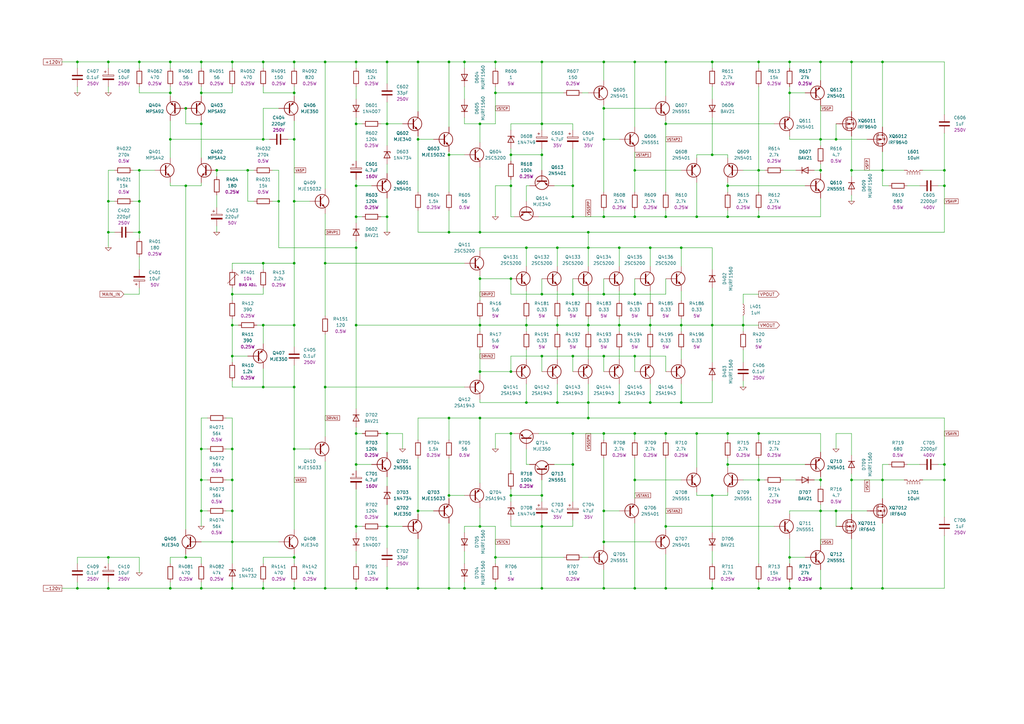
<source format=kicad_sch>
(kicad_sch (version 20211123) (generator eeschema)
  (paper "A3")
  (title_block (title "1400 WATTS RMS CLASS-TD\\nAUDIO POWER AMPLIFIER\\nFOR 4-OHMS LOUDSPEAKER") (date "2022-07-31") (company "MATRIX 1.4 IV T13"))
  (junction (at 254 101.6))
  (junction (at 171.45 25.4))
  (junction (at 203.2 25.4))
  (junction (at 254 133.35))
  (junction (at 387.35 76.2))
  (junction (at 279.4 165.1))
  (junction (at 298.45 190.5))
  (junction (at 88.9 69.85))
  (junction (at 292.1 25.4))
  (junction (at 107.95 57.15))
  (junction (at 215.9 165.1))
  (junction (at 196.85 215.9))
  (junction (at 76.2 44.45))
  (junction (at 184.15 203.2))
  (junction (at 234.95 177.8))
  (junction (at 234.95 190.5))
  (junction (at 69.85 38.1))
  (junction (at 95.25 209.55))
  (junction (at 209.55 63.5))
  (junction (at 184.15 25.4))
  (junction (at 184.15 63.5))
  (junction (at 342.9 209.55))
  (junction (at 120.65 133.35))
  (junction (at 82.55 196.85))
  (junction (at 196.85 95.25))
  (junction (at 171.45 209.55))
  (junction (at 158.75 177.8))
  (junction (at 209.55 203.2))
  (junction (at 247.65 222.25))
  (junction (at 311.15 69.85))
  (junction (at 146.05 177.8))
  (junction (at 101.6 69.85))
  (junction (at 120.65 228.6))
  (junction (at 57.15 25.4))
  (junction (at 323.85 38.1))
  (junction (at 146.05 215.9))
  (junction (at 349.25 196.85))
  (junction (at 57.15 82.55))
  (junction (at 171.45 241.3))
  (junction (at 342.9 57.15))
  (junction (at 133.35 25.4))
  (junction (at 260.35 25.4))
  (junction (at 95.25 146.05))
  (junction (at 292.1 133.35))
  (junction (at 285.75 88.9))
  (junction (at 222.25 241.3))
  (junction (at 44.45 95.25))
  (junction (at 241.3 101.6))
  (junction (at 323.85 241.3))
  (junction (at 82.55 241.3))
  (junction (at 82.55 25.4))
  (junction (at 196.85 171.45))
  (junction (at 228.6 133.35))
  (junction (at 44.45 228.6))
  (junction (at 57.15 69.85))
  (junction (at 133.35 241.3))
  (junction (at 361.95 241.3))
  (junction (at 336.55 241.3))
  (junction (at 298.45 76.2))
  (junction (at 120.65 107.95))
  (junction (at 266.7 165.1))
  (junction (at 336.55 196.85))
  (junction (at 133.35 107.95))
  (junction (at 241.3 165.1))
  (junction (at 260.35 120.65))
  (junction (at 247.65 120.65))
  (junction (at 311.15 241.3))
  (junction (at 146.05 241.3))
  (junction (at 336.55 57.15))
  (junction (at 107.95 241.3))
  (junction (at 311.15 177.8))
  (junction (at 260.35 69.85))
  (junction (at 234.95 76.2))
  (junction (at 203.2 38.1))
  (junction (at 44.45 82.55))
  (junction (at 120.65 25.4))
  (junction (at 273.05 241.3))
  (junction (at 241.3 95.25))
  (junction (at 247.65 88.9))
  (junction (at 387.35 196.85))
  (junction (at 260.35 241.3))
  (junction (at 120.65 241.3))
  (junction (at 222.25 146.05))
  (junction (at 247.65 57.15))
  (junction (at 31.75 25.4))
  (junction (at 146.05 25.4))
  (junction (at 292.1 63.5))
  (junction (at 146.05 88.9))
  (junction (at 247.65 209.55))
  (junction (at 247.65 241.3))
  (junction (at 184.15 171.45))
  (junction (at 273.05 25.4))
  (junction (at 69.85 241.3))
  (junction (at 387.35 190.5))
  (junction (at 31.75 241.3))
  (junction (at 387.35 69.85))
  (junction (at 323.85 228.6))
  (junction (at 228.6 165.1))
  (junction (at 336.55 25.4))
  (junction (at 234.95 88.9))
  (junction (at 196.85 152.4))
  (junction (at 190.5 25.4))
  (junction (at 260.35 88.9))
  (junction (at 222.25 63.5))
  (junction (at 311.15 25.4))
  (junction (at 196.85 114.3))
  (junction (at 241.3 171.45))
  (junction (at 158.75 241.3))
  (junction (at 222.25 50.8))
  (junction (at 146.05 101.6))
  (junction (at 279.4 101.6))
  (junction (at 120.65 82.55))
  (junction (at 215.9 101.6))
  (junction (at 203.2 228.6))
  (junction (at 158.75 25.4))
  (junction (at 57.15 95.25))
  (junction (at 266.7 101.6))
  (junction (at 120.65 57.15))
  (junction (at 146.05 76.2))
  (junction (at 228.6 101.6))
  (junction (at 304.8 133.35))
  (junction (at 215.9 133.35))
  (junction (at 285.75 177.8))
  (junction (at 279.4 133.35))
  (junction (at 95.25 184.15))
  (junction (at 120.65 38.1))
  (junction (at 273.05 215.9))
  (junction (at 146.05 133.35))
  (junction (at 349.25 241.3))
  (junction (at 95.25 241.3))
  (junction (at 361.95 69.85))
  (junction (at 298.45 177.8))
  (junction (at 44.45 241.3))
  (junction (at 190.5 241.3))
  (junction (at 44.45 25.4))
  (junction (at 209.55 177.8))
  (junction (at 76.2 76.2))
  (junction (at 349.25 69.85))
  (junction (at 184.15 241.3))
  (junction (at 209.55 114.3))
  (junction (at 158.75 50.8))
  (junction (at 222.25 215.9))
  (junction (at 336.55 69.85))
  (junction (at 203.2 241.3))
  (junction (at 107.95 133.35))
  (junction (at 107.95 107.95))
  (junction (at 107.95 25.4))
  (junction (at 95.25 222.25))
  (junction (at 76.2 228.6))
  (junction (at 336.55 209.55))
  (junction (at 260.35 146.05))
  (junction (at 234.95 146.05))
  (junction (at 82.55 38.1))
  (junction (at 361.95 196.85))
  (junction (at 298.45 88.9))
  (junction (at 247.65 146.05))
  (junction (at 260.35 196.85))
  (junction (at 222.25 25.4))
  (junction (at 273.05 50.8))
  (junction (at 95.25 196.85))
  (junction (at 222.25 120.65))
  (junction (at 196.85 50.8))
  (junction (at 184.15 95.25))
  (junction (at 120.65 158.75))
  (junction (at 254 165.1))
  (junction (at 349.25 25.4))
  (junction (at 222.25 203.2))
  (junction (at 95.25 133.35))
  (junction (at 69.85 57.15))
  (junction (at 247.65 177.8))
  (junction (at 234.95 120.65))
  (junction (at 95.25 25.4))
  (junction (at 209.55 76.2))
  (junction (at 273.05 88.9))
  (junction (at 114.3 82.55))
  (junction (at 82.55 209.55))
  (junction (at 247.65 44.45))
  (junction (at 120.65 184.15))
  (junction (at 292.1 203.2))
  (junction (at 171.45 57.15))
  (junction (at 247.65 25.4))
  (junction (at 107.95 158.75))
  (junction (at 146.05 190.5))
  (junction (at 82.55 50.8))
  (junction (at 146.05 50.8))
  (junction (at 361.95 25.4))
  (junction (at 292.1 241.3))
  (junction (at 196.85 133.35))
  (junction (at 95.25 120.65))
  (junction (at 69.85 25.4))
  (junction (at 260.35 177.8))
  (junction (at 133.35 158.75))
  (junction (at 241.3 133.35))
  (junction (at 82.55 184.15))
  (junction (at 311.15 196.85))
  (junction (at 158.75 215.9))
  (junction (at 323.85 25.4))
  (junction (at 311.15 88.9))
  (junction (at 273.05 177.8))
  (junction (at 209.55 152.4))
  (junction (at 266.7 133.35))
  (junction (at 158.75 88.9))
  (wire (pts (xy 31.75 228.6) (xy 44.45 228.6)))
  (wire (pts (xy 234.95 60.96) (xy 234.95 76.2)))
  (wire (pts (xy 336.55 57.15) (xy 336.55 59.69)))
  (wire (pts (xy 120.65 35.56) (xy 120.65 38.1)))
  (wire (pts (xy 298.45 177.8) (xy 298.45 180.34)))
  (wire (pts (xy 196.85 50.8) (xy 203.2 50.8)))
  (wire (pts (xy 222.25 213.36) (xy 222.25 215.9)))
  (wire (pts (xy 361.95 190.5) (xy 364.49 190.5)))
  (wire (pts (xy 266.7 133.35) (xy 266.7 135.89)))
  (wire (pts (xy 311.15 69.85) (xy 313.69 69.85)))
  (wire (pts (xy 57.15 82.55) (xy 57.15 95.25)))
  (wire (pts (xy 222.25 146.05) (xy 234.95 146.05)))
  (wire (pts (xy 334.01 196.85) (xy 336.55 196.85)))
  (wire (pts (xy 323.85 25.4) (xy 323.85 27.94)))
  (wire (pts (xy 222.25 120.65) (xy 222.25 114.3)))
  (wire (pts (xy 111.76 69.85) (xy 114.3 69.85)))
  (wire (pts (xy 95.25 146.05) (xy 95.25 148.59)))
  (wire (pts (xy 361.95 25.4) (xy 361.95 52.07)))
  (wire (pts (xy 120.65 228.6) (xy 120.65 231.14)))
  (wire (pts (xy 184.15 171.45) (xy 184.15 180.34)))
  (wire (pts (xy 311.15 238.76) (xy 311.15 241.3)))
  (wire (pts (xy 292.1 25.4) (xy 311.15 25.4)))
  (wire (pts (xy 279.4 157.48) (xy 279.4 165.1)))
  (wire (pts (xy 298.45 201.93) (xy 298.45 203.2)))
  (wire (pts (xy 349.25 220.98) (xy 349.25 241.3)))
  (wire (pts (xy 82.55 50.8) (xy 82.55 64.77)))
  (wire (pts (xy 95.25 110.49) (xy 95.25 107.95)))
  (wire (pts (xy 146.05 241.3) (xy 158.75 241.3)))
  (wire (pts (xy 184.15 25.4) (xy 190.5 25.4)))
  (wire (pts (xy 254 101.6) (xy 266.7 101.6)))
  (wire (pts (xy 241.3 171.45) (xy 387.35 171.45)))
  (wire (pts (xy 196.85 95.25) (xy 241.3 95.25)))
  (wire (pts (xy 107.95 25.4) (xy 107.95 27.94)))
  (wire (pts (xy 190.5 215.9) (xy 196.85 215.9)))
  (wire (pts (xy 372.11 76.2) (xy 377.19 76.2)))
  (wire (pts (xy 76.2 76.2) (xy 82.55 76.2)))
  (wire (pts (xy 298.45 74.93) (xy 298.45 76.2)))
  (wire (pts (xy 120.65 25.4) (xy 120.65 27.94)))
  (wire (pts (xy 88.9 69.85) (xy 101.6 69.85)))
  (wire (pts (xy 69.85 238.76) (xy 69.85 241.3)))
  (wire (pts (xy 209.55 50.8) (xy 222.25 50.8)))
  (wire (pts (xy 247.65 44.45) (xy 247.65 57.15)))
  (wire (pts (xy 311.15 231.14) (xy 311.15 196.85)))
  (wire (pts (xy 247.65 120.65) (xy 260.35 120.65)))
  (wire (pts (xy 273.05 120.65) (xy 273.05 114.3)))
  (wire (pts (xy 247.65 233.68) (xy 247.65 241.3)))
  (wire (pts (xy 292.1 203.2) (xy 292.1 218.44)))
  (wire (pts (xy 146.05 35.56) (xy 146.05 40.64)))
  (wire (pts (xy 190.5 238.76) (xy 190.5 241.3)))
  (wire (pts (xy 222.25 63.5) (xy 222.25 69.85)))
  (wire (pts (xy 387.35 219.71) (xy 387.35 241.3)))
  (wire (pts (xy 190.5 50.8) (xy 196.85 50.8)))
  (wire (pts (xy 241.3 143.51) (xy 241.3 147.32)))
  (wire (pts (xy 203.2 241.3) (xy 222.25 241.3)))
  (wire (pts (xy 292.1 133.35) (xy 292.1 148.59)))
  (wire (pts (xy 273.05 86.36) (xy 273.05 88.9)))
  (wire (pts (xy 120.65 238.76) (xy 120.65 241.3)))
  (wire (pts (xy 82.55 228.6) (xy 82.55 231.14)))
  (wire (pts (xy 234.95 146.05) (xy 247.65 146.05)))
  (wire (pts (xy 311.15 69.85) (xy 304.8 69.85)))
  (wire (pts (xy 57.15 25.4) (xy 69.85 25.4)))
  (wire (pts (xy 69.85 57.15) (xy 107.95 57.15)))
  (wire (pts (xy 321.31 69.85) (xy 326.39 69.85)))
  (wire (pts (xy 31.75 241.3) (xy 44.45 241.3)))
  (wire (pts (xy 95.25 241.3) (xy 107.95 241.3)))
  (wire (pts (xy 209.55 53.34) (xy 209.55 50.8)))
  (wire (pts (xy 196.85 171.45) (xy 241.3 171.45)))
  (wire (pts (xy 298.45 88.9) (xy 311.15 88.9)))
  (wire (pts (xy 95.25 146.05) (xy 101.6 146.05)))
  (wire (pts (xy 158.75 25.4) (xy 171.45 25.4)))
  (wire (pts (xy 247.65 241.3) (xy 260.35 241.3)))
  (wire (pts (xy 260.35 196.85) (xy 279.4 196.85)))
  (wire (pts (xy 133.35 107.95) (xy 190.5 107.95)))
  (wire (pts (xy 133.35 25.4) (xy 146.05 25.4)))
  (wire (pts (xy 92.71 209.55) (xy 95.25 209.55)))
  (wire (pts (xy 336.55 81.28) (xy 336.55 88.9)))
  (wire (pts (xy 120.65 38.1) (xy 107.95 38.1)))
  (wire (pts (xy 158.75 25.4) (xy 158.75 34.29)))
  (wire (pts (xy 266.7 130.81) (xy 266.7 133.35)))
  (wire (pts (xy 220.98 177.8) (xy 234.95 177.8)))
  (wire (pts (xy 298.45 190.5) (xy 298.45 191.77)))
  (wire (pts (xy 95.25 156.21) (xy 95.25 158.75)))
  (wire (pts (xy 54.61 95.25) (xy 57.15 95.25)))
  (wire (pts (xy 184.15 187.96) (xy 184.15 203.2)))
  (wire (pts (xy 210.82 177.8) (xy 209.55 177.8)))
  (wire (pts (xy 158.75 195.58) (xy 158.75 199.39)))
  (wire (pts (xy 209.55 146.05) (xy 209.55 152.4)))
  (wire (pts (xy 238.76 38.1) (xy 241.3 38.1)))
  (wire (pts (xy 82.55 241.3) (xy 95.25 241.3)))
  (wire (pts (xy 342.9 57.15) (xy 355.6 57.15)))
  (wire (pts (xy 171.45 95.25) (xy 184.15 95.25)))
  (wire (pts (xy 349.25 55.88) (xy 349.25 69.85)))
  (wire (pts (xy 266.7 119.38) (xy 266.7 123.19)))
  (wire (pts (xy 203.2 76.2) (xy 209.55 76.2)))
  (wire (pts (xy 247.65 88.9) (xy 260.35 88.9)))
  (wire (pts (xy 203.2 25.4) (xy 222.25 25.4)))
  (wire (pts (xy 292.1 238.76) (xy 292.1 241.3)))
  (wire (pts (xy 387.35 190.5) (xy 387.35 196.85)))
  (wire (pts (xy 361.95 25.4) (xy 387.35 25.4)))
  (wire (pts (xy 304.8 133.35) (xy 304.8 135.89)))
  (wire (pts (xy 95.25 196.85) (xy 95.25 209.55)))
  (wire (pts (xy 342.9 177.8) (xy 349.25 177.8)))
  (wire (pts (xy 247.65 120.65) (xy 247.65 114.3)))
  (wire (pts (xy 95.25 118.11) (xy 95.25 120.65)))
  (wire (pts (xy 95.25 35.56) (xy 95.25 38.1)))
  (wire (pts (xy 152.4 76.2) (xy 146.05 76.2)))
  (wire (pts (xy 234.95 177.8) (xy 234.95 190.5)))
  (wire (pts (xy 95.25 130.81) (xy 95.25 133.35)))
  (wire (pts (xy 196.85 130.81) (xy 196.85 133.35)))
  (wire (pts (xy 107.95 158.75) (xy 120.65 158.75)))
  (wire (pts (xy 247.65 187.96) (xy 247.65 209.55)))
  (wire (pts (xy 247.65 177.8) (xy 260.35 177.8)))
  (wire (pts (xy 82.55 209.55) (xy 85.09 209.55)))
  (wire (pts (xy 82.55 222.25) (xy 95.25 222.25)))
  (wire (pts (xy 215.9 143.51) (xy 215.9 147.32)))
  (wire (pts (xy 114.3 101.6) (xy 146.05 101.6)))
  (wire (pts (xy 196.85 171.45) (xy 196.85 198.12)))
  (wire (pts (xy 304.8 133.35) (xy 311.15 133.35)))
  (wire (pts (xy 254 133.35) (xy 266.7 133.35)))
  (wire (pts (xy 57.15 69.85) (xy 57.15 82.55)))
  (wire (pts (xy 158.75 215.9) (xy 165.1 215.9)))
  (wire (pts (xy 349.25 25.4) (xy 361.95 25.4)))
  (wire (pts (xy 190.5 35.56) (xy 190.5 40.64)))
  (wire (pts (xy 120.65 158.75) (xy 120.65 149.86)))
  (wire (pts (xy 190.5 226.06) (xy 190.5 231.14)))
  (wire (pts (xy 304.8 156.21) (xy 304.8 158.75)))
  (wire (pts (xy 57.15 234.95) (xy 57.15 228.6)))
  (wire (pts (xy 69.85 228.6) (xy 69.85 231.14)))
  (wire (pts (xy 273.05 187.96) (xy 273.05 215.9)))
  (wire (pts (xy 222.25 50.8) (xy 222.25 53.34)))
  (wire (pts (xy 171.45 25.4) (xy 184.15 25.4)))
  (wire (pts (xy 107.95 107.95) (xy 120.65 107.95)))
  (wire (pts (xy 158.75 88.9) (xy 158.75 95.25)))
  (wire (pts (xy 304.8 120.65) (xy 304.8 124.46)))
  (wire (pts (xy 133.35 25.4) (xy 133.35 77.47)))
  (wire (pts (xy 120.65 38.1) (xy 120.65 39.37)))
  (wire (pts (xy 196.85 68.58) (xy 196.85 95.25)))
  (wire (pts (xy 120.65 184.15) (xy 127 184.15)))
  (wire (pts (xy 158.75 215.9) (xy 158.75 224.79)))
  (wire (pts (xy 46.99 69.85) (xy 44.45 69.85)))
  (wire (pts (xy 234.95 120.65) (xy 247.65 120.65)))
  (wire (pts (xy 209.55 63.5) (xy 209.55 66.04)))
  (wire (pts (xy 215.9 101.6) (xy 228.6 101.6)))
  (wire (pts (xy 292.1 63.5) (xy 285.75 63.5)))
  (wire (pts (xy 273.05 25.4) (xy 273.05 39.37)))
  (wire (pts (xy 311.15 25.4) (xy 323.85 25.4)))
  (wire (pts (xy 156.21 177.8) (xy 158.75 177.8)))
  (wire (pts (xy 171.45 241.3) (xy 184.15 241.3)))
  (wire (pts (xy 107.95 151.13) (xy 107.95 158.75)))
  (wire (pts (xy 260.35 62.23) (xy 260.35 69.85)))
  (wire (pts (xy 222.25 215.9) (xy 222.25 241.3)))
  (wire (pts (xy 241.3 101.6) (xy 228.6 101.6)))
  (wire (pts (xy 215.9 157.48) (xy 215.9 165.1)))
  (wire (pts (xy 254 101.6) (xy 254 109.22)))
  (wire (pts (xy 31.75 231.14) (xy 31.75 228.6)))
  (wire (pts (xy 273.05 50.8) (xy 273.05 78.74)))
  (wire (pts (xy 114.3 82.55) (xy 114.3 101.6)))
  (wire (pts (xy 292.1 48.26) (xy 292.1 63.5)))
  (wire (pts (xy 247.65 43.18) (xy 247.65 44.45)))
  (wire (pts (xy 387.35 171.45) (xy 387.35 190.5)))
  (wire (pts (xy 215.9 190.5) (xy 215.9 184.15)))
  (wire (pts (xy 254 157.48) (xy 254 165.1)))
  (wire (pts (xy 241.3 133.35) (xy 228.6 133.35)))
  (wire (pts (xy 120.65 107.95) (xy 120.65 133.35)))
  (wire (pts (xy 148.59 177.8) (xy 146.05 177.8)))
  (wire (pts (xy 241.3 95.25) (xy 387.35 95.25)))
  (wire (pts (xy 247.65 222.25) (xy 247.65 223.52)))
  (wire (pts (xy 158.75 241.3) (xy 171.45 241.3)))
  (wire (pts (xy 146.05 99.06) (xy 146.05 101.6)))
  (wire (pts (xy 203.2 25.4) (xy 203.2 27.94)))
  (wire (pts (xy 361.95 241.3) (xy 387.35 241.3)))
  (wire (pts (xy 95.25 120.65) (xy 107.95 120.65)))
  (wire (pts (xy 222.25 25.4) (xy 222.25 50.8)))
  (wire (pts (xy 209.55 73.66) (xy 209.55 76.2)))
  (wire (pts (xy 171.45 57.15) (xy 177.8 57.15)))
  (wire (pts (xy 222.25 60.96) (xy 222.25 63.5)))
  (wire (pts (xy 311.15 35.56) (xy 311.15 69.85)))
  (wire (pts (xy 203.2 238.76) (xy 203.2 241.3)))
  (wire (pts (xy 184.15 214.63) (xy 184.15 241.3)))
  (wire (pts (xy 69.85 35.56) (xy 69.85 38.1)))
  (wire (pts (xy 184.15 63.5) (xy 184.15 78.74)))
  (wire (pts (xy 321.31 196.85) (xy 326.39 196.85)))
  (wire (pts (xy 114.3 69.85) (xy 114.3 82.55)))
  (wire (pts (xy 95.25 158.75) (xy 107.95 158.75)))
  (wire (pts (xy 222.25 205.74) (xy 222.25 203.2)))
  (wire (pts (xy 260.35 187.96) (xy 260.35 196.85)))
  (wire (pts (xy 69.85 74.93) (xy 69.85 76.2)))
  (wire (pts (xy 279.4 101.6) (xy 292.1 101.6)))
  (wire (pts (xy 378.46 196.85) (xy 387.35 196.85)))
  (wire (pts (xy 158.75 50.8) (xy 158.75 59.69)))
  (wire (pts (xy 285.75 74.93) (xy 285.75 88.9)))
  (wire (pts (xy 196.85 152.4) (xy 196.85 153.67)))
  (wire (pts (xy 57.15 120.65) (xy 50.8 120.65)))
  (wire (pts (xy 196.85 114.3) (xy 196.85 123.19)))
  (wire (pts (xy 146.05 73.66) (xy 146.05 76.2)))
  (wire (pts (xy 69.85 76.2) (xy 76.2 76.2)))
  (wire (pts (xy 107.95 133.35) (xy 120.65 133.35)))
  (wire (pts (xy 209.55 63.5) (xy 209.55 60.96)))
  (wire (pts (xy 184.15 25.4) (xy 184.15 52.07)))
  (wire (pts (xy 146.05 48.26) (xy 146.05 50.8)))
  (wire (pts (xy 222.25 215.9) (xy 234.95 215.9)))
  (wire (pts (xy 57.15 118.11) (xy 57.15 120.65)))
  (wire (pts (xy 107.95 44.45) (xy 114.3 44.45)))
  (wire (pts (xy 54.61 69.85) (xy 57.15 69.85)))
  (wire (pts (xy 88.9 69.85) (xy 88.9 72.39)))
  (wire (pts (xy 146.05 175.26) (xy 146.05 177.8)))
  (wire (pts (xy 273.05 50.8) (xy 317.5 50.8)))
  (wire (pts (xy 158.75 232.41) (xy 158.75 241.3)))
  (wire (pts (xy 228.6 119.38) (xy 228.6 123.19)))
  (wire (pts (xy 323.85 38.1) (xy 323.85 45.72)))
  (wire (pts (xy 82.55 238.76) (xy 82.55 241.3)))
  (wire (pts (xy 349.25 69.85) (xy 361.95 69.85)))
  (wire (pts (xy 209.55 120.65) (xy 209.55 114.3)))
  (wire (pts (xy 387.35 69.85) (xy 387.35 76.2)))
  (wire (pts (xy 215.9 165.1) (xy 228.6 165.1)))
  (wire (pts (xy 146.05 226.06) (xy 146.05 231.14)))
  (wire (pts (xy 171.45 209.55) (xy 177.8 209.55)))
  (wire (pts (xy 76.2 44.45) (xy 76.2 50.8)))
  (wire (pts (xy 107.95 238.76) (xy 107.95 241.3)))
  (wire (pts (xy 260.35 214.63) (xy 260.35 241.3)))
  (wire (pts (xy 311.15 78.74) (xy 311.15 69.85)))
  (wire (pts (xy 82.55 209.55) (xy 82.55 196.85)))
  (wire (pts (xy 184.15 95.25) (xy 196.85 95.25)))
  (wire (pts (xy 378.46 69.85) (xy 387.35 69.85)))
  (wire (pts (xy 342.9 184.15) (xy 342.9 177.8)))
  (wire (pts (xy 171.45 209.55) (xy 171.45 210.82)))
  (wire (pts (xy 57.15 228.6) (xy 44.45 228.6)))
  (wire (pts (xy 215.9 101.6) (xy 215.9 109.22)))
  (wire (pts (xy 336.55 207.01) (xy 336.55 209.55)))
  (wire (pts (xy 133.35 87.63) (xy 133.35 107.95)))
  (wire (pts (xy 107.95 118.11) (xy 107.95 120.65)))
  (wire (pts (xy 260.35 120.65) (xy 260.35 114.3)))
  (wire (pts (xy 146.05 215.9) (xy 146.05 218.44)))
  (wire (pts (xy 254 130.81) (xy 254 133.35)))
  (wire (pts (xy 336.55 195.58) (xy 336.55 196.85)))
  (wire (pts (xy 184.15 63.5) (xy 190.5 63.5)))
  (wire (pts (xy 247.65 177.8) (xy 247.65 180.34)))
  (wire (pts (xy 247.65 146.05) (xy 247.65 152.4)))
  (wire (pts (xy 220.98 88.9) (xy 234.95 88.9)))
  (wire (pts (xy 241.3 165.1) (xy 241.3 171.45)))
  (wire (pts (xy 133.35 241.3) (xy 146.05 241.3)))
  (wire (pts (xy 361.95 76.2) (xy 364.49 76.2)))
  (wire (pts (xy 254 119.38) (xy 254 123.19)))
  (wire (pts (xy 95.25 25.4) (xy 95.25 27.94)))
  (wire (pts (xy 311.15 177.8) (xy 311.15 180.34)))
  (wire (pts (xy 349.25 25.4) (xy 349.25 45.72)))
  (wire (pts (xy 120.65 184.15) (xy 120.65 217.17)))
  (wire (pts (xy 217.17 76.2) (xy 215.9 76.2)))
  (wire (pts (xy 146.05 50.8) (xy 148.59 50.8)))
  (wire (pts (xy 95.25 238.76) (xy 95.25 241.3)))
  (wire (pts (xy 234.95 215.9) (xy 234.95 213.36)))
  (wire (pts (xy 387.35 54.61) (xy 387.35 69.85)))
  (wire (pts (xy 156.21 50.8) (xy 158.75 50.8)))
  (wire (pts (xy 384.81 76.2) (xy 387.35 76.2)))
  (wire (pts (xy 196.85 143.51) (xy 196.85 152.4)))
  (wire (pts (xy 273.05 177.8) (xy 285.75 177.8)))
  (wire (pts (xy 260.35 25.4) (xy 273.05 25.4)))
  (wire (pts (xy 361.95 196.85) (xy 370.84 196.85)))
  (wire (pts (xy 342.9 209.55) (xy 355.6 209.55)))
  (wire (pts (xy 146.05 177.8) (xy 146.05 190.5)))
  (wire (pts (xy 133.35 137.16) (xy 133.35 158.75)))
  (wire (pts (xy 171.45 180.34) (xy 171.45 171.45)))
  (wire (pts (xy 95.25 222.25) (xy 95.25 231.14)))
  (wire (pts (xy 57.15 25.4) (xy 57.15 27.94)))
  (wire (pts (xy 247.65 209.55) (xy 247.65 222.25)))
  (wire (pts (xy 273.05 241.3) (xy 292.1 241.3)))
  (wire (pts (xy 266.7 143.51) (xy 266.7 147.32)))
  (wire (pts (xy 44.45 69.85) (xy 44.45 82.55)))
  (wire (pts (xy 285.75 203.2) (xy 292.1 203.2)))
  (wire (pts (xy 209.55 146.05) (xy 222.25 146.05)))
  (wire (pts (xy 190.5 25.4) (xy 203.2 25.4)))
  (wire (pts (xy 31.75 238.76) (xy 31.75 241.3)))
  (wire (pts (xy 349.25 194.31) (xy 349.25 196.85)))
  (wire (pts (xy 298.45 190.5) (xy 330.2 190.5)))
  (wire (pts (xy 217.17 190.5) (xy 215.9 190.5)))
  (wire (pts (xy 76.2 227.33) (xy 76.2 228.6)))
  (wire (pts (xy 82.55 184.15) (xy 82.55 171.45)))
  (wire (pts (xy 107.95 57.15) (xy 110.49 57.15)))
  (wire (pts (xy 107.95 241.3) (xy 120.65 241.3)))
  (wire (pts (xy 57.15 95.25) (xy 57.15 97.79)))
  (wire (pts (xy 25.4 25.4) (xy 31.75 25.4)))
  (wire (pts (xy 54.61 82.55) (xy 57.15 82.55)))
  (wire (pts (xy 76.2 228.6) (xy 82.55 228.6)))
  (wire (pts (xy 190.5 241.3) (xy 203.2 241.3)))
  (wire (pts (xy 209.55 203.2) (xy 209.55 205.74)))
  (wire (pts (xy 323.85 57.15) (xy 336.55 57.15)))
  (wire (pts (xy 234.95 120.65) (xy 234.95 114.3)))
  (wire (pts (xy 69.85 38.1) (xy 69.85 39.37)))
  (wire (pts (xy 260.35 146.05) (xy 273.05 146.05)))
  (wire (pts (xy 184.15 86.36) (xy 184.15 95.25)))
  (wire (pts (xy 292.1 25.4) (xy 292.1 27.94)))
  (wire (pts (xy 57.15 105.41) (xy 57.15 110.49)))
  (wire (pts (xy 285.75 177.8) (xy 285.75 191.77)))
  (wire (pts (xy 215.9 76.2) (xy 215.9 82.55)))
  (wire (pts (xy 323.85 210.82) (xy 323.85 209.55)))
  (wire (pts (xy 222.25 50.8) (xy 234.95 50.8)))
  (wire (pts (xy 44.45 25.4) (xy 44.45 27.94)))
  (wire (pts (xy 298.45 76.2) (xy 330.2 76.2)))
  (wire (pts (xy 209.55 200.66) (xy 209.55 203.2)))
  (wire (pts (xy 228.6 130.81) (xy 228.6 133.35)))
  (wire (pts (xy 203.2 88.9) (xy 203.2 76.2)))
  (wire (pts (xy 260.35 25.4) (xy 260.35 52.07)))
  (wire (pts (xy 171.45 187.96) (xy 171.45 209.55)))
  (wire (pts (xy 184.15 203.2) (xy 184.15 204.47)))
  (wire (pts (xy 146.05 88.9) (xy 148.59 88.9)))
  (wire (pts (xy 203.2 38.1) (xy 203.2 50.8)))
  (wire (pts (xy 273.05 227.33) (xy 273.05 241.3)))
  (wire (pts (xy 273.05 146.05) (xy 273.05 152.4)))
  (wire (pts (xy 203.2 38.1) (xy 231.14 38.1)))
  (wire (pts (xy 234.95 190.5) (xy 234.95 205.74)))
  (wire (pts (xy 241.3 133.35) (xy 241.3 135.89)))
  (wire (pts (xy 92.71 171.45) (xy 95.25 171.45)))
  (wire (pts (xy 120.65 227.33) (xy 120.65 228.6)))
  (wire (pts (xy 133.35 158.75) (xy 133.35 179.07)))
  (wire (pts (xy 349.25 196.85) (xy 361.95 196.85)))
  (wire (pts (xy 107.95 35.56) (xy 107.95 38.1)))
  (wire (pts (xy 266.7 101.6) (xy 266.7 109.22)))
  (wire (pts (xy 323.85 228.6) (xy 323.85 231.14)))
  (wire (pts (xy 158.75 177.8) (xy 158.75 185.42)))
  (wire (pts (xy 222.25 241.3) (xy 247.65 241.3)))
  (wire (pts (xy 298.45 86.36) (xy 298.45 88.9)))
  (wire (pts (xy 120.65 82.55) (xy 120.65 107.95)))
  (wire (pts (xy 279.4 101.6) (xy 279.4 109.22)))
  (wire (pts (xy 349.25 69.85) (xy 349.25 72.39)))
  (wire (pts (xy 190.5 25.4) (xy 190.5 27.94)))
  (wire (pts (xy 158.75 67.31) (xy 158.75 71.12)))
  (wire (pts (xy 222.25 146.05) (xy 222.25 152.4)))
  (wire (pts (xy 69.85 25.4) (xy 82.55 25.4)))
  (wire (pts (xy 241.3 119.38) (xy 241.3 123.19)))
  (wire (pts (xy 292.1 226.06) (xy 292.1 231.14)))
  (wire (pts (xy 336.55 43.18) (xy 336.55 57.15)))
  (wire (pts (xy 273.05 49.53) (xy 273.05 50.8)))
  (wire (pts (xy 292.1 203.2) (xy 298.45 203.2)))
  (wire (pts (xy 279.4 133.35) (xy 279.4 135.89)))
  (wire (pts (xy 228.6 133.35) (xy 215.9 133.35)))
  (wire (pts (xy 273.05 88.9) (xy 285.75 88.9)))
  (wire (pts (xy 387.35 76.2) (xy 387.35 95.25)))
  (wire (pts (xy 196.85 215.9) (xy 203.2 215.9)))
  (wire (pts (xy 349.25 177.8) (xy 349.25 186.69)))
  (wire (pts (xy 266.7 44.45) (xy 247.65 44.45)))
  (wire (pts (xy 69.85 49.53) (xy 69.85 57.15)))
  (wire (pts (xy 158.75 81.28) (xy 158.75 88.9)))
  (wire (pts (xy 266.7 165.1) (xy 279.4 165.1)))
  (wire (pts (xy 279.4 119.38) (xy 279.4 123.19)))
  (wire (pts (xy 209.55 120.65) (xy 222.25 120.65)))
  (wire (pts (xy 234.95 50.8) (xy 234.95 53.34)))
  (wire (pts (xy 336.55 25.4) (xy 349.25 25.4)))
  (wire (pts (xy 158.75 207.01) (xy 158.75 215.9)))
  (wire (pts (xy 95.25 222.25) (xy 114.3 222.25)))
  (wire (pts (xy 273.05 25.4) (xy 292.1 25.4)))
  (wire (pts (xy 165.1 177.8) (xy 158.75 177.8)))
  (wire (pts (xy 146.05 88.9) (xy 146.05 91.44)))
  (wire (pts (xy 146.05 25.4) (xy 146.05 27.94)))
  (wire (pts (xy 105.41 133.35) (xy 107.95 133.35)))
  (wire (pts (xy 101.6 69.85) (xy 101.6 82.55)))
  (wire (pts (xy 292.1 156.21) (xy 292.1 165.1)))
  (wire (pts (xy 156.21 215.9) (xy 158.75 215.9)))
  (wire (pts (xy 311.15 177.8) (xy 336.55 177.8)))
  (wire (pts (xy 215.9 133.35) (xy 215.9 135.89)))
  (wire (pts (xy 234.95 146.05) (xy 234.95 152.4)))
  (wire (pts (xy 171.45 25.4) (xy 171.45 45.72)))
  (wire (pts (xy 120.65 82.55) (xy 127 82.55)))
  (wire (pts (xy 304.8 143.51) (xy 304.8 148.59)))
  (wire (pts (xy 349.25 196.85) (xy 349.25 210.82)))
  (wire (pts (xy 234.95 88.9) (xy 247.65 88.9)))
  (wire (pts (xy 323.85 238.76) (xy 323.85 241.3)))
  (wire (pts (xy 227.33 76.2) (xy 234.95 76.2)))
  (wire (pts (xy 285.75 88.9) (xy 298.45 88.9)))
  (wire (pts (xy 171.45 220.98) (xy 171.45 241.3)))
  (wire (pts (xy 323.85 209.55) (xy 336.55 209.55)))
  (wire (pts (xy 57.15 35.56) (xy 57.15 38.1)))
  (wire (pts (xy 196.85 133.35) (xy 196.85 135.89)))
  (wire (pts (xy 323.85 228.6) (xy 330.2 228.6)))
  (wire (pts (xy 95.25 209.55) (xy 95.25 222.25)))
  (wire (pts (xy 146.05 101.6) (xy 146.05 133.35)))
  (wire (pts (xy 31.75 35.56) (xy 31.75 38.1)))
  (wire (pts (xy 158.75 50.8) (xy 165.1 50.8)))
  (wire (pts (xy 118.11 57.15) (xy 120.65 57.15)))
  (wire (pts (xy 222.25 120.65) (xy 234.95 120.65)))
  (wire (pts (xy 323.85 35.56) (xy 323.85 38.1)))
  (wire (pts (xy 266.7 157.48) (xy 266.7 165.1)))
  (wire (pts (xy 266.7 101.6) (xy 279.4 101.6)))
  (wire (pts (xy 196.85 208.28) (xy 196.85 215.9)))
  (wire (pts (xy 241.3 101.6) (xy 241.3 109.22)))
  (wire (pts (xy 146.05 238.76) (xy 146.05 241.3)))
  (wire (pts (xy 82.55 38.1) (xy 82.55 39.37)))
  (wire (pts (xy 107.95 25.4) (xy 120.65 25.4)))
  (wire (pts (xy 82.55 38.1) (xy 95.25 38.1)))
  (wire (pts (xy 133.35 158.75) (xy 190.5 158.75)))
  (wire (pts (xy 196.85 165.1) (xy 215.9 165.1)))
  (wire (pts (xy 196.85 152.4) (xy 209.55 152.4)))
  (wire (pts (xy 82.55 49.53) (xy 82.55 50.8)))
  (wire (pts (xy 361.95 69.85) (xy 361.95 76.2)))
  (wire (pts (xy 336.55 69.85) (xy 336.55 71.12)))
  (wire (pts (xy 146.05 50.8) (xy 146.05 66.04)))
  (wire (pts (xy 298.45 177.8) (xy 311.15 177.8)))
  (wire (pts (xy 196.85 114.3) (xy 209.55 114.3)))
  (wire (pts (xy 111.76 82.55) (xy 114.3 82.55)))
  (wire (pts (xy 156.21 88.9) (xy 158.75 88.9)))
  (wire (pts (xy 247.65 86.36) (xy 247.65 88.9)))
  (wire (pts (xy 95.25 133.35) (xy 95.25 146.05)))
  (wire (pts (xy 209.55 76.2) (xy 209.55 88.9)))
  (wire (pts (xy 292.1 118.11) (xy 292.1 133.35)))
  (wire (pts (xy 107.95 228.6) (xy 120.65 228.6)))
  (wire (pts (xy 171.45 86.36) (xy 171.45 95.25)))
  (wire (pts (xy 44.45 228.6) (xy 44.45 231.14)))
  (wire (pts (xy 82.55 209.55) (xy 82.55 215.9)))
  (wire (pts (xy 171.45 57.15) (xy 171.45 78.74)))
  (wire (pts (xy 146.05 190.5) (xy 146.05 193.04)))
  (wire (pts (xy 247.65 146.05) (xy 260.35 146.05)))
  (wire (pts (xy 82.55 171.45) (xy 85.09 171.45)))
  (wire (pts (xy 209.55 88.9) (xy 210.82 88.9)))
  (wire (pts (xy 234.95 177.8) (xy 247.65 177.8)))
  (wire (pts (xy 222.25 25.4) (xy 247.65 25.4)))
  (wire (pts (xy 107.95 107.95) (xy 107.95 110.49)))
  (wire (pts (xy 25.4 241.3) (xy 31.75 241.3)))
  (wire (pts (xy 311.15 241.3) (xy 323.85 241.3)))
  (wire (pts (xy 254 143.51) (xy 254 147.32)))
  (wire (pts (xy 165.1 184.15) (xy 165.1 177.8)))
  (wire (pts (xy 304.8 129.54) (xy 304.8 133.35)))
  (wire (pts (xy 82.55 196.85) (xy 85.09 196.85)))
  (wire (pts (xy 196.85 101.6) (xy 196.85 102.87)))
  (wire (pts (xy 247.65 25.4) (xy 260.35 25.4)))
  (wire (pts (xy 260.35 196.85) (xy 260.35 204.47)))
  (wire (pts (xy 336.55 177.8) (xy 336.55 185.42)))
  (wire (pts (xy 336.55 241.3) (xy 349.25 241.3)))
  (wire (pts (xy 238.76 228.6) (xy 241.3 228.6)))
  (wire (pts (xy 76.2 50.8) (xy 82.55 50.8)))
  (wire (pts (xy 384.81 190.5) (xy 387.35 190.5)))
  (wire (pts (xy 247.65 57.15) (xy 254 57.15)))
  (wire (pts (xy 44.45 82.55) (xy 44.45 95.25)))
  (wire (pts (xy 311.15 187.96) (xy 311.15 196.85)))
  (wire (pts (xy 146.05 76.2) (xy 146.05 88.9)))
  (wire (pts (xy 298.45 63.5) (xy 292.1 63.5)))
  (wire (pts (xy 228.6 143.51) (xy 228.6 147.32)))
  (wire (pts (xy 279.4 165.1) (xy 292.1 165.1)))
  (wire (pts (xy 336.55 233.68) (xy 336.55 241.3)))
  (wire (pts (xy 273.05 177.8) (xy 273.05 180.34)))
  (wire (pts (xy 146.05 190.5) (xy 152.4 190.5)))
  (wire (pts (xy 247.65 25.4) (xy 247.65 33.02)))
  (wire (pts (xy 69.85 57.15) (xy 69.85 64.77)))
  (wire (pts (xy 146.05 133.35) (xy 196.85 133.35)))
  (wire (pts (xy 260.35 86.36) (xy 260.35 88.9)))
  (wire (pts (xy 241.3 165.1) (xy 254 165.1)))
  (wire (pts (xy 279.4 143.51) (xy 279.4 147.32)))
  (wire (pts (xy 120.65 25.4) (xy 133.35 25.4)))
  (wire (pts (xy 311.15 86.36) (xy 311.15 88.9)))
  (wire (pts (xy 285.75 63.5) (xy 285.75 64.77)))
  (wire (pts (xy 82.55 196.85) (xy 82.55 184.15)))
  (wire (pts (xy 311.15 88.9) (xy 336.55 88.9)))
  (wire (pts (xy 222.25 196.85) (xy 222.25 203.2)))
  (wire (pts (xy 387.35 25.4) (xy 387.35 46.99)))
  (wire (pts (xy 215.9 130.81) (xy 215.9 133.35)))
  (wire (pts (xy 279.4 133.35) (xy 292.1 133.35)))
  (wire (pts (xy 260.35 88.9) (xy 273.05 88.9)))
  (wire (pts (xy 260.35 69.85) (xy 260.35 78.74)))
  (wire (pts (xy 203.2 228.6) (xy 203.2 231.14)))
  (wire (pts (xy 69.85 25.4) (xy 69.85 27.94)))
  (wire (pts (xy 171.45 55.88) (xy 171.45 57.15)))
  (wire (pts (xy 342.9 215.9) (xy 342.9 209.55)))
  (wire (pts (xy 203.2 228.6) (xy 231.14 228.6)))
  (wire (pts (xy 334.01 69.85) (xy 336.55 69.85)))
  (wire (pts (xy 82.55 25.4) (xy 82.55 27.94)))
  (wire (pts (xy 241.3 157.48) (xy 241.3 165.1)))
  (wire (pts (xy 95.25 133.35) (xy 97.79 133.35)))
  (wire (pts (xy 228.6 101.6) (xy 228.6 109.22)))
  (wire (pts (xy 292.1 241.3) (xy 311.15 241.3)))
  (wire (pts (xy 133.35 107.95) (xy 133.35 129.54)))
  (wire (pts (xy 254 133.35) (xy 254 135.89)))
  (wire (pts (xy 298.45 76.2) (xy 298.45 78.74)))
  (wire (pts (xy 209.55 177.8) (xy 209.55 193.04)))
  (wire (pts (xy 311.15 196.85) (xy 304.8 196.85)))
  (wire (pts (xy 82.55 74.93) (xy 82.55 76.2)))
  (wire (pts (xy 196.85 101.6) (xy 215.9 101.6)))
  (wire (pts (xy 323.85 55.88) (xy 323.85 57.15)))
  (wire (pts (xy 120.65 241.3) (xy 133.35 241.3)))
  (wire (pts (xy 336.55 196.85) (xy 336.55 199.39)))
  (wire (pts (xy 209.55 213.36) (xy 209.55 215.9)))
  (wire (pts (xy 31.75 25.4) (xy 31.75 27.94)))
  (wire (pts (xy 203.2 177.8) (xy 209.55 177.8)))
  (wire (pts (xy 190.5 48.26) (xy 190.5 50.8)))
  (wire (pts (xy 247.65 57.15) (xy 247.65 78.74)))
  (wire (pts (xy 184.15 62.23) (xy 184.15 63.5)))
  (wire (pts (xy 196.85 113.03) (xy 196.85 114.3)))
  (wire (pts (xy 254 165.1) (xy 266.7 165.1)))
  (wire (pts (xy 273.05 215.9) (xy 273.05 217.17)))
  (wire (pts (xy 95.25 25.4) (xy 107.95 25.4)))
  (wire (pts (xy 247.65 222.25) (xy 266.7 222.25)))
  (wire (pts (xy 57.15 38.1) (xy 69.85 38.1)))
  (wire (pts (xy 95.25 120.65) (xy 95.25 123.19)))
  (wire (pts (xy 107.95 228.6) (xy 107.95 231.14)))
  (wire (pts (xy 146.05 215.9) (xy 148.59 215.9)))
  (wire (pts (xy 44.45 95.25) (xy 44.45 101.6)))
  (wire (pts (xy 292.1 35.56) (xy 292.1 40.64)))
  (wire (pts (xy 57.15 69.85) (xy 63.5 69.85)))
  (wire (pts (xy 171.45 171.45) (xy 184.15 171.45)))
  (wire (pts (xy 311.15 196.85) (xy 313.69 196.85)))
  (wire (pts (xy 101.6 82.55) (xy 104.14 82.55)))
  (wire (pts (xy 292.1 101.6) (xy 292.1 110.49)))
  (wire (pts (xy 279.4 130.81) (xy 279.4 133.35)))
  (wire (pts (xy 254 133.35) (xy 241.3 133.35)))
  (wire (pts (xy 260.35 120.65) (xy 273.05 120.65)))
  (wire (pts (xy 228.6 157.48) (xy 228.6 165.1)))
  (wire (pts (xy 387.35 196.85) (xy 387.35 212.09)))
  (wire (pts (xy 215.9 119.38) (xy 215.9 123.19)))
  (wire (pts (xy 203.2 184.15) (xy 203.2 177.8)))
  (wire (pts (xy 158.75 41.91) (xy 158.75 50.8)))
  (wire (pts (xy 247.65 209.55) (xy 254 209.55)))
  (wire (pts (xy 336.55 67.31) (xy 336.55 69.85)))
  (wire (pts (xy 146.05 133.35) (xy 146.05 167.64)))
  (wire (pts (xy 260.35 69.85) (xy 279.4 69.85)))
  (wire (pts (xy 76.2 76.2) (xy 76.2 217.17)))
  (wire (pts (xy 95.25 184.15) (xy 95.25 196.85)))
  (wire (pts (xy 120.65 158.75) (xy 120.65 184.15)))
  (wire (pts (xy 92.71 184.15) (xy 95.25 184.15)))
  (wire (pts (xy 372.11 190.5) (xy 377.19 190.5)))
  (wire (pts (xy 82.55 184.15) (xy 85.09 184.15)))
  (wire (pts (xy 361.95 214.63) (xy 361.95 241.3)))
  (wire (pts (xy 133.35 189.23) (xy 133.35 241.3)))
  (wire (pts (xy 104.14 69.85) (xy 101.6 69.85)))
  (wire (pts (xy 82.55 25.4) (xy 95.25 25.4)))
  (wire (pts (xy 285.75 177.8) (xy 298.45 177.8)))
  (wire (pts (xy 92.71 196.85) (xy 95.25 196.85)))
  (wire (pts (xy 323.85 25.4) (xy 336.55 25.4)))
  (wire (pts (xy 241.3 130.81) (xy 241.3 133.35)))
  (wire (pts (xy 107.95 57.15) (xy 107.95 44.45)))
  (wire (pts (xy 184.15 171.45) (xy 196.85 171.45)))
  (wire (pts (xy 203.2 35.56) (xy 203.2 38.1)))
  (wire (pts (xy 31.75 25.4) (xy 44.45 25.4)))
  (wire (pts (xy 336.55 25.4) (xy 336.55 33.02)))
  (wire (pts (xy 323.85 241.3) (xy 336.55 241.3)))
  (wire (pts (xy 196.85 50.8) (xy 196.85 58.42)))
  (wire (pts (xy 304.8 120.65) (xy 311.15 120.65)))
  (wire (pts (xy 260.35 177.8) (xy 273.05 177.8)))
  (wire (pts (xy 298.45 187.96) (xy 298.45 190.5)))
  (wire (pts (xy 241.3 165.1) (xy 228.6 165.1)))
  (wire (pts (xy 228.6 133.35) (xy 228.6 135.89)))
  (wire (pts (xy 209.55 215.9) (xy 222.25 215.9)))
  (wire (pts (xy 222.25 203.2) (xy 209.55 203.2)))
  (wire (pts (xy 190.5 203.2) (xy 184.15 203.2)))
  (wire (pts (xy 44.45 25.4) (xy 57.15 25.4)))
  (wire (pts (xy 120.65 57.15) (xy 120.65 82.55)))
  (wire (pts (xy 292.1 133.35) (xy 304.8 133.35)))
  (wire (pts (xy 190.5 218.44) (xy 190.5 215.9)))
  (wire (pts (xy 260.35 146.05) (xy 260.35 152.4)))
  (wire (pts (xy 361.95 190.5) (xy 361.95 196.85)))
  (wire (pts (xy 120.65 133.35) (xy 120.65 142.24)))
  (wire (pts (xy 361.95 69.85) (xy 370.84 69.85)))
  (wire (pts (xy 311.15 25.4) (xy 311.15 27.94)))
  (wire (pts (xy 184.15 241.3) (xy 190.5 241.3)))
  (wire (pts (xy 44.45 238.76) (xy 44.45 241.3)))
  (wire (pts (xy 260.35 241.3) (xy 273.05 241.3)))
  (wire (pts (xy 273.05 215.9) (xy 317.5 215.9)))
  (wire (pts (xy 241.3 101.6) (xy 241.3 95.25)))
  (wire (pts (xy 361.95 62.23) (xy 361.95 69.85)))
  (wire (pts (xy 146.05 200.66) (xy 146.05 215.9)))
  (wire (pts (xy 342.9 57.15) (xy 342.9 50.8)))
  (wire (pts (xy 349.25 80.01) (xy 349.25 82.55)))
  (wire (pts (xy 146.05 25.4) (xy 158.75 25.4)))
  (wire (pts (xy 266.7 133.35) (xy 279.4 133.35)))
  (wire (pts (xy 349.25 241.3) (xy 361.95 241.3)))
  (wire (pts (xy 336.55 57.15) (xy 342.9 57.15)))
  (wire (pts (xy 44.45 95.25) (xy 46.99 95.25)))
  (wire (pts (xy 323.85 220.98) (xy 323.85 228.6)))
  (wire (pts (xy 336.55 209.55) (xy 342.9 209.55)))
  (wire (pts (xy 44.45 241.3) (xy 69.85 241.3)))
  (wire (pts (xy 88.9 92.71) (xy 88.9 95.25)))
  (wire (pts (xy 361.95 196.85) (xy 361.95 204.47)))
  (wire (pts (xy 69.85 241.3) (xy 82.55 241.3)))
  (wire (pts (xy 88.9 80.01) (xy 88.9 85.09)))
  (wire (pts (xy 107.95 133.35) (xy 107.95 140.97)))
  (wire (pts (xy 241.3 101.6) (xy 254 101.6)))
  (wire (pts (xy 196.85 133.35) (xy 215.9 133.35)))
  (wire (pts (xy 336.55 209.55) (xy 336.55 223.52)))
  (wire (pts (xy 44.45 82.55) (xy 46.99 82.55)))
  (wire (pts (xy 69.85 228.6) (xy 76.2 228.6)))
  (wire (pts (xy 234.95 76.2) (xy 234.95 88.9)))
  (wire (pts (xy 120.65 49.53) (xy 120.65 57.15)))
  (wire (pts (xy 227.33 190.5) (xy 234.95 190.5)))
  (wire (pts (xy 95.25 171.45) (xy 95.25 184.15)))
  (wire (pts (xy 95.25 107.95) (xy 107.95 107.95)))
  (wire (pts (xy 203.2 215.9) (xy 203.2 228.6)))
  (wire (pts (xy 298.45 64.77) (xy 298.45 63.5)))
  (wire (pts (xy 260.35 177.8) (xy 260.35 180.34)))
  (wire (pts (xy 82.55 35.56) (xy 82.55 38.1)))
  (wire (pts (xy 196.85 163.83) (xy 196.85 165.1)))
  (wire (pts (xy 323.85 38.1) (xy 330.2 38.1)))
  (wire (pts (xy 285.75 201.93) (xy 285.75 203.2)))
  (wire (pts (xy 44.45 35.56) (xy 44.45 38.1)))
  (wire (pts (xy 222.25 63.5) (xy 209.55 63.5)))
  (global_label "VSAVP" (shape passive) (at 387.35 82.55 0) (effects (font (size 1.016 1.016))) (property "Intersheet References" "${INTERSHEET_REFS}" (effects hide)))
  (global_label "VSTAN1" (shape passive) (at 260.35 203.2 0) (effects (font (size 1.016 1.016))) (property "Intersheet References" "${INTERSHEET_REFS}" (effects hide)))
  (global_label "VASN" (shape passive) (at 120.65 196.85 0) (effects (font (size 1.016 1.016))) (property "Intersheet References" "${INTERSHEET_REFS}" (effects hide)))
  (global_label "VSGSPN" (shape passive) (at 241.3 177.8 270) (effects (font (size 1.016 1.016))) (property "Intersheet References" "${INTERSHEET_REFS}" (effects hide)))
  (global_label "VSGSPP" (shape passive) (at 241.3 88.9 90) (effects (font (size 1.016 1.016))) (property "Intersheet References" "${INTERSHEET_REFS}" (effects hide)))
  (global_label "VSTAP1" (shape passive) (at 260.35 63.5 0) (effects (font (size 1.016 1.016))) (property "Intersheet References" "${INTERSHEET_REFS}" (effects hide)))
  (global_label "VSTCP" (shape passive) (at 203.2 44.45 0) (effects (font (size 1.016 1.016))) (property "Intersheet References" "${INTERSHEET_REFS}" (effects hide)))
  (global_label "+120V" (shape passive) (at 25.4 25.4 180) (property "Intersheet References" "${INTERSHEET_REFS}" (effects hide)))
  (global_label "VASP" (shape passive) (at 120.65 69.85 0) (effects (font (size 1.016 1.016))) (property "Intersheet References" "${INTERSHEET_REFS}" (effects hide)))
  (global_label "VSTCN" (shape passive) (at 203.2 222.25 0) (effects (font (size 1.016 1.016))) (property "Intersheet References" "${INTERSHEET_REFS}" (effects hide)))
  (global_label "DRVN1" (shape passive) (at 133.35 171.45 0) (effects (font (size 1.016 1.016))) (property "Intersheet References" "${INTERSHEET_REFS}" (effects hide)))
  (global_label "VSGP" (shape passive) (at 336.55 44.45 0) (effects (font (size 1.016 1.016))) (property "Intersheet References" "${INTERSHEET_REFS}" (effects hide)))
  (global_label "DRVP1" (shape passive) (at 133.35 95.25 0) (effects (font (size 1.016 1.016))) (property "Intersheet References" "${INTERSHEET_REFS}" (effects hide)))
  (global_label "VSAVN" (shape passive) (at 387.35 177.8 0) (effects (font (size 1.016 1.016))) (property "Intersheet References" "${INTERSHEET_REFS}" (effects hide)))
  (global_label "VSFP" (shape passive) (at 355.6 69.85 90) (effects (font (size 1.016 1.016))) (property "Intersheet References" "${INTERSHEET_REFS}" (effects hide)))
  (global_label "VSGN" (shape passive) (at 336.55 222.25 0) (effects (font (size 1.016 1.016))) (property "Intersheet References" "${INTERSHEET_REFS}" (effects hide)))
  (global_label "VSFN" (shape passive) (at 355.6 196.85 270) (effects (font (size 1.016 1.016))) (property "Intersheet References" "${INTERSHEET_REFS}" (effects hide)))
  (global_label "VSTAN2" (shape passive) (at 273.05 209.55 0) (effects (font (size 1.016 1.016))) (property "Intersheet References" "${INTERSHEET_REFS}" (effects hide)))
  (global_label "-120V" (shape passive) (at 25.4 241.3 180) (property "Intersheet References" "${INTERSHEET_REFS}" (effects hide)))
  (global_label "MAIN_IN" (shape input) (at 50.8 120.65 180) (property "Intersheet References" "${INTERSHEET_REFS}" (effects hide)))
  (global_label "VPOUT" (shape output) (at 311.15 120.65 0) (property "Intersheet References" "${INTERSHEET_REFS}" (effects hide)))
  (global_label "VMOUT" (shape output) (at 311.15 133.35 0) (property "Intersheet References" "${INTERSHEET_REFS}" (effects hide)))
  (global_label "DRVP2" (shape passive) (at 196.85 120.65 0) (effects (font (size 1.016 1.016))) (property "Intersheet References" "${INTERSHEET_REFS}" (effects hide)))
  (global_label "VSTAP2" (shape passive) (at 273.05 57.15 0) (effects (font (size 1.016 1.016))) (property "Intersheet References" "${INTERSHEET_REFS}" (effects hide)))
  (global_label "DRVN2" (shape passive) (at 196.85 146.05 0) (effects (font (size 1.016 1.016))) (property "Intersheet References" "${INTERSHEET_REFS}" (effects hide)))
  (symbol (lib_id "Device:R") (at 266.7 127 0) (unit 1)
    (property "Reference" "R4185" (at 273.05 124.46 0))
    (property "Value" "0.33" (at 273.05 127 0))
    (property "Footprint" "MATRIX_1.4:RESISTOR_BLOCK_5W" (effects hide))
    (property "Wattage" "5W" (at 273.05 129.54 0))
  )
  (symbol (lib_id "Device:R") (at 88.9 209.55 90) (unit 1)
    (property "Reference" "R4074" (at 88.9 213.36 90))
    (property "Value" "56k" (at 88.9 215.9 90))
    (property "Footprint" "MATRIX_1.4:RESISTOR_AXIAL_0.25W" (effects hide))
    (property "Wattage" "0.5W" (at 88.9 218.44 90))
  )
  (symbol (lib_name "Q_PNP_CBE_9") (lib_id "MATRIX_1.4:Q_PNP_CBE") (at 181.61 209.55 0) (mirror x) (unit 1)
    (property "Reference" "Q703" (at 177.8 201.93 0))
    (property "Value" "MJE15033" (at 177.8 204.47 0))
    (property "Footprint" "MATRIX_1.4:TO-220-MIRRORED" (effects hide))
    (property "Spice_Primitive" "Q" (effects hide))
    (property "Spice_Model" "MJE15033" (effects hide))
    (property "Spice_Netlist_Enabled" "Y" (effects hide))
    (property "Spice_Lib_File" "spice_models/model.lib" (effects hide))
  )
  (symbol (lib_name "Q_NPN_CBE_14") (lib_id "MATRIX_1.4:Q_NPN_CBE") (at 222.25 193.04 90) (unit 1)
    (property "Reference" "Q713" (at 228.6 194.31 90))
    (property "Value" "2N5551" (at 228.6 196.85 90))
    (property "Footprint" "MATRIX_1.4:TO-92-EBC" (effects hide))
    (property "Spice_Primitive" "Q" (effects hide))
    (property "Spice_Model" "2N5551" (effects hide))
    (property "Spice_Netlist_Enabled" "Y" (effects hide))
    (property "Spice_Lib_File" "spice_models/model.lib" (effects hide))
  )
  (symbol (lib_id "pspice:0") (at 31.75 38.1 0) (unit 1)
    (property "Reference" "#GND0103" (effects hide))
    (property "Value" "0" (effects hide))
  )
  (symbol (lib_name "Q_NPN_CBE_24") (lib_id "MATRIX_1.4:Q_NPN_CBE") (at 85.09 69.85 0) (mirror y) (unit 1)
    (property "Reference" "Q402" (at 88.9 62.23 0))
    (property "Value" "MPSA42" (at 88.9 64.77 0))
    (property "Footprint" "MATRIX_1.4:TO-92-EBC" (effects hide))
    (property "Spice_Primitive" "Q" (effects hide))
    (property "Spice_Model" "MPSA42" (effects hide))
    (property "Spice_Netlist_Enabled" "Y" (effects hide))
    (property "Spice_Lib_File" "spice_models/model.lib" (effects hide))
  )
  (symbol (lib_id "Device:R") (at 88.9 184.15 90) (unit 1)
    (property "Reference" "R4072" (at 88.9 187.96 90))
    (property "Value" "56k" (at 88.9 190.5 90))
    (property "Footprint" "MATRIX_1.4:RESISTOR_AXIAL_0.25W" (effects hide))
    (property "Wattage" "0.5W" (at 88.9 193.04 90))
  )
  (symbol (lib_id "Device:R") (at 247.65 184.15 180) (unit 1)
    (property "Reference" "R708" (at 254 181.61 0))
    (property "Value" "2.7k" (at 254 184.15 0))
    (property "Footprint" "MATRIX_1.4:RESISTOR_AXIAL_0.25W" (effects hide))
    (property "Wattage" "0.25W" (at 254 186.69 0))
  )
  (symbol (lib_id "Device:R") (at 146.05 31.75 0) (unit 1)
    (property "Reference" "R601" (at 152.4 29.21 0))
    (property "Value" "12k" (at 152.4 31.75 0))
    (property "Footprint" "MATRIX_1.4:RESISTOR_AXIAL_0.25W" (effects hide))
    (property "Wattage" "0.25W" (at 152.4 34.29 0))
  )
  (symbol (lib_id "Device:R") (at 298.45 184.15 180) (unit 1)
    (property "Reference" "R715" (at 304.8 181.61 0))
    (property "Value" "2.7k" (at 304.8 184.15 0))
    (property "Footprint" "MATRIX_1.4:RESISTOR_AXIAL_0.25W" (effects hide))
    (property "Wattage" "0.25W" (at 304.8 186.69 0))
  )
  (symbol (lib_name "Q_PNP_CBE_20") (lib_id "MATRIX_1.4:Q_PNP_CBE") (at 80.01 44.45 0) (mirror x) (unit 1)
    (property "Reference" "Q403" (at 88.9 43.18 0))
    (property "Value" "MPSA92" (at 88.9 45.72 0))
    (property "Footprint" "MATRIX_1.4:TO-92-EBC" (effects hide))
    (property "Spice_Primitive" "Q" (effects hide))
    (property "Spice_Model" "MPSA92" (effects hide))
    (property "Spice_Netlist_Enabled" "Y" (effects hide))
    (property "Spice_Lib_File" "spice_models/model.lib" (effects hide))
  )
  (symbol (lib_id "Device:C") (at 158.75 38.1 180) (unit 1)
    (property "Reference" "C602" (at 165.1 35.56 0))
    (property "Value" "33pF" (at 165.1 38.1 0))
    (property "Footprint" "MATRIX_1.4:CAPACITOR_CERAMIC_LEAD_PITCH_7.62mm" (effects hide))
    (property "Voltage" "250V" (at 165.1 40.64 0))
  )
  (symbol (lib_id "MATRIX_1.4:Q_NPN_CBE") (at 67.31 69.85 0) (unit 1)
    (property "Reference" "Q401" (at 63.5 62.23 0))
    (property "Value" "MPSA42" (at 63.5 64.77 0))
    (property "Footprint" "MATRIX_1.4:TO-92-EBC" (effects hide))
    (property "Spice_Primitive" "Q" (effects hide))
    (property "Spice_Model" "MPSA42" (effects hide))
    (property "Spice_Netlist_Enabled" "Y" (effects hide))
    (property "Spice_Lib_File" "spice_models/model.lib" (effects hide))
  )
  (symbol (lib_id "MATRIX_1.4:Q_PMOS_DGS") (at 359.41 57.15 0) (mirror x) (unit 1)
    (property "Reference" "XQ6012" (at 368.3 55.88 0))
    (property "Value" "IRF9640" (at 368.3 58.42 0))
    (property "Footprint" "MATRIX_1.4:TO-220-MIRRORED" (effects hide))
    (property "Spice_Primitive" "X" (effects hide))
    (property "Spice_Model" "IRF9640" (effects hide))
    (property "Spice_Netlist_Enabled" "Y" (effects hide))
    (property "Spice_Lib_File" "spice_models/model.lib" (effects hide))
  )
  (symbol (lib_id "pspice:0") (at 304.8 158.75 0) (unit 1)
    (property "Reference" "#GND0110" (effects hide))
    (property "Value" "0" (effects hide))
  )
  (symbol (lib_name "Q_PNP_CBE_22") (lib_id "MATRIX_1.4:Q_PNP_CBE") (at 321.31 50.8 0) (mirror x) (unit 1)
    (property "Reference" "Q611" (at 330.2 49.53 0))
    (property "Value" "2N5401" (at 330.2 52.07 0))
    (property "Footprint" "MATRIX_1.4:TO-92-EBC" (effects hide))
    (property "Spice_Primitive" "Q" (effects hide))
    (property "Spice_Model" "2N5401" (effects hide))
    (property "Spice_Netlist_Enabled" "Y" (effects hide))
    (property "Spice_Lib_File" "spice_models/model.lib" (effects hide))
  )
  (symbol (lib_name "Q_PNP_CBE_8") (lib_id "MATRIX_1.4:Q_PNP_CBE") (at 215.9 180.34 270) (mirror x) (unit 1)
    (property "Reference" "Q714" (at 222.25 181.61 90))
    (property "Value" "MJE350" (at 222.25 184.15 90))
    (property "Footprint" "MATRIX_1.4:TO-225" (effects hide))
    (property "Spice_Primitive" "Q" (effects hide))
    (property "Spice_Model" "MJE350" (effects hide))
    (property "Spice_Netlist_Enabled" "Y" (effects hide))
    (property "Spice_Lib_File" "spice_models/model.lib" (effects hide))
  )
  (symbol (lib_id "MATRIX_1.4:D_Zener") (at 95.25 234.95 270) (unit 1)
    (property "Reference" "D401" (at 101.6 233.68 90))
    (property "Value" "1N4732" (at 101.6 236.22 90))
    (property "Footprint" "MATRIX_1.4:DIODE_AXIAL_SMALL_SI" (effects hide))
    (property "Spice_Primitive" "D" (effects hide))
    (property "Spice_Netlist_Enabled" "Y" (effects hide))
    (property "Spice_Lib_File" "spice_models/model.lib" (effects hide))
    (property "Spice_Model" "1N4732" (effects hide))
  )
  (symbol (lib_name "Q_PNP_CBE_22") (lib_id "MATRIX_1.4:Q_PNP_CBE") (at 300.99 69.85 180) (unit 1)
    (property "Reference" "Q609" (at 304.8 62.23 0))
    (property "Value" "2N5401" (at 304.8 64.77 0))
    (property "Footprint" "MATRIX_1.4:TO-92-EBC" (effects hide))
    (property "Spice_Primitive" "Q" (effects hide))
    (property "Spice_Model" "2N5401" (effects hide))
    (property "Spice_Netlist_Enabled" "Y" (effects hide))
    (property "Spice_Lib_File" "spice_models/model.lib" (effects hide))
  )
  (symbol (lib_id "Device:R") (at 196.85 139.7 180) (unit 1)
    (property "Reference" "R417" (at 203.2 137.16 0))
    (property "Value" "5.6" (at 203.2 139.7 0))
    (property "Footprint" "MATRIX_1.4:RESISTOR_BLOCK_5W" (effects hide))
    (property "Wattage" "5W" (at 203.2 142.24 0))
  )
  (symbol (lib_id "Device:R") (at 107.95 31.75 0) (unit 1)
    (property "Reference" "R4091" (at 114.3 29.21 0))
    (property "Value" "150" (at 114.3 31.75 0))
    (property "Footprint" "MATRIX_1.4:RESISTOR_AXIAL_0.25W" (effects hide))
    (property "Wattage" "0.25W" (at 114.3 34.29 0))
  )
  (symbol (lib_name "Q_PNP_CBE_21") (lib_id "MATRIX_1.4:Q_PNP_CBE") (at 222.25 73.66 90) (mirror x) (unit 1)
    (property "Reference" "Q613" (at 228.6 68.58 90))
    (property "Value" "2N5401" (at 228.6 71.12 90))
    (property "Footprint" "MATRIX_1.4:TO-92-EBC" (effects hide))
    (property "Spice_Primitive" "Q" (effects hide))
    (property "Spice_Model" "2N5401" (effects hide))
    (property "Spice_Netlist_Enabled" "Y" (effects hide))
    (property "Spice_Lib_File" "spice_models/model.lib" (effects hide))
  )
  (symbol (lib_id "Device:C") (at 304.8 152.4 180) (unit 1)
    (property "Reference" "C406" (at 311.15 149.86 0))
    (property "Value" "0.1uF" (at 311.15 152.4 0))
    (property "Footprint" "MATRIX_1.4:0.1uF_250V_Vishay_Roederstein_MKT_1822" (effects hide))
    (property "Voltage" "250V" (at 311.15 154.94 0))
  )
  (symbol (lib_id "pspice:0") (at 342.9 184.15 0) (unit 1)
    (property "Reference" "#GND0109" (effects hide))
    (property "Value" "0" (effects hide))
  )
  (symbol (lib_id "Device:R") (at 254 139.7 0) (unit 1)
    (property "Reference" "R4194" (at 260.35 137.16 0))
    (property "Value" "0.33" (at 260.35 139.7 0))
    (property "Footprint" "MATRIX_1.4:RESISTOR_BLOCK_5W" (effects hide))
    (property "Wattage" "5W" (at 260.35 142.24 0))
  )
  (symbol (lib_id "Device:R") (at 146.05 234.95 0) (unit 1)
    (property "Reference" "R701" (at 152.4 232.41 0))
    (property "Value" "12k" (at 152.4 234.95 0))
    (property "Footprint" "MATRIX_1.4:RESISTOR_AXIAL_0.25W" (effects hide))
    (property "Wattage" "0.25W" (at 152.4 237.49 0))
  )
  (symbol (lib_id "MATRIX_1.4:D_Zener") (at 158.75 203.2 270) (unit 1)
    (property "Reference" "D703" (at 165.1 201.93 90))
    (property "Value" "1N4734" (at 165.1 204.47 90))
    (property "Footprint" "MATRIX_1.4:DIODE_AXIAL_SMALL_SI" (effects hide))
    (property "Spice_Primitive" "D" (effects hide))
    (property "Spice_Netlist_Enabled" "Y" (effects hide))
    (property "Spice_Lib_File" "spice_models/model.lib" (effects hide))
    (property "Spice_Model" "1N4734" (effects hide))
  )
  (symbol (lib_name "Q_PNP_CBE_13") (lib_id "MATRIX_1.4:Q_PNP_CBE") (at 276.86 152.4 0) (mirror x) (unit 1)
    (property "Reference" "Q4146" (at 273.05 158.75 0))
    (property "Value" "2SA1943" (at 273.05 161.29 0))
    (property "Footprint" "MATRIX_1.4:TO-264-MIRRORED" (effects hide))
    (property "Spice_Primitive" "Q" (effects hide))
    (property "Spice_Model" "2SA1943" (effects hide))
    (property "Spice_Netlist_Enabled" "Y" (effects hide))
    (property "Spice_Lib_File" "spice_models/model.lib" (effects hide))
  )
  (symbol (lib_id "Device:R") (at 69.85 234.95 0) (unit 1)
    (property "Reference" "R4081" (at 76.2 232.41 0))
    (property "Value" "470" (at 76.2 234.95 0))
    (property "Footprint" "MATRIX_1.4:RESISTOR_AXIAL_0.25W" (effects hide))
    (property "Wattage" "0.25W" (at 76.2 237.49 0))
  )
  (symbol (lib_name "Q_NPN_CBE_14") (lib_id "MATRIX_1.4:Q_NPN_CBE") (at 334.01 76.2 0) (unit 1)
    (property "Reference" "Q610" (at 342.9 74.93 0))
    (property "Value" "2N5551" (at 342.9 77.47 0))
    (property "Footprint" "MATRIX_1.4:TO-92-EBC" (effects hide))
    (property "Spice_Primitive" "Q" (effects hide))
    (property "Spice_Model" "2N5551" (effects hide))
    (property "Spice_Netlist_Enabled" "Y" (effects hide))
    (property "Spice_Lib_File" "spice_models/model.lib" (effects hide))
  )
  (symbol (lib_name "Q_NPN_CBE_13") (lib_id "MATRIX_1.4:Q_NPN_CBE") (at 321.31 215.9 0) (unit 1)
    (property "Reference" "Q711" (at 330.2 214.63 0))
    (property "Value" "2N5551" (at 330.2 217.17 0))
    (property "Footprint" "MATRIX_1.4:TO-92-EBC" (effects hide))
    (property "Spice_Primitive" "Q" (effects hide))
    (property "Spice_Model" "2N5551" (effects hide))
    (property "Spice_Netlist_Enabled" "Y" (effects hide))
    (property "Spice_Lib_File" "spice_models/model.lib" (effects hide))
  )
  (symbol (lib_id "MATRIX_1.4:D") (at 292.1 152.4 90) (mirror x) (unit 1)
    (property "Reference" "D403" (at 297.18 152.4 0))
    (property "Value" "MURF1560" (at 299.72 152.4 0))
    (property "Footprint" "MATRIX_1.4:DIODE_AXIAL_SMALL_GE" (effects hide))
    (property "Spice_Primitive" "D" (effects hide))
    (property "Spice_Model" "MURF1560" (effects hide))
    (property "Spice_Netlist_Enabled" "Y" (effects hide))
    (property "Spice_Lib_File" "spice_models/model.lib" (effects hide))
  )
  (symbol (lib_id "Device:R") (at 209.55 69.85 0) (unit 1)
    (property "Reference" "R618" (at 215.9 67.31 0))
    (property "Value" "100k" (at 215.9 69.85 0))
    (property "Footprint" "MATRIX_1.4:RESISTOR_AXIAL_0.25W" (effects hide))
    (property "Wattage" "0.25W" (at 215.9 72.39 0))
  )
  (symbol (lib_id "Device:R_Trim") (at 95.25 114.3 0) (unit 1)
    (property "Reference" "RT401" (at 101.6 111.76 0))
    (property "Value" "5k" (effects hide))
    (property "Footprint" "MATRIX_1.4:RESISTOR_ROUND_TRIMPOT_STD" (effects hide))
    (property "Specification Value" "10k" (at 101.6 114.3 0))
    (property "Trimming" "t:" (effects hide))
    (property "Description" "BIAS ADJ." (at 101.6 116.84 0) (effects (font (size 1.016 1.016) bold)))
  )
  (symbol (lib_name "Q_NPN_CBE_23") (lib_id "MATRIX_1.4:Q_NPN_CBE") (at 181.61 57.15 0) (unit 1)
    (property "Reference" "Q603" (at 177.8 60.96 0))
    (property "Value" "MJE15032" (at 177.8 63.5 0))
    (property "Footprint" "MATRIX_1.4:TO-220-MIRRORED" (effects hide))
    (property "Spice_Primitive" "Q" (effects hide))
    (property "Spice_Model" "MJE15032" (effects hide))
    (property "Spice_Netlist_Enabled" "Y" (effects hide))
    (property "Spice_Lib_File" "spice_models/model.lib" (effects hide))
  )
  (symbol (lib_id "Device:R") (at 247.65 82.55 0) (unit 1)
    (property "Reference" "R608" (at 254 80.01 0))
    (property "Value" "2.7k" (at 254 82.55 0))
    (property "Footprint" "MATRIX_1.4:RESISTOR_AXIAL_0.25W" (effects hide))
    (property "Wattage" "0.25W" (at 254 85.09 0))
  )
  (symbol (lib_id "Device:C_Polarized") (at 222.25 57.15 0) (unit 1)
    (property "Reference" "C603" (at 228.6 54.61 0))
    (property "Value" "4.7uF" (at 228.6 57.15 0))
    (property "Footprint" "MATRIX_1.4:CAPACITOR_AE_D10mm" (effects hide))
    (property "Voltage" "35V" (at 228.6 59.69 0))
  )
  (symbol (lib_id "Device:R") (at 88.9 196.85 90) (unit 1)
    (property "Reference" "R4073" (at 88.9 200.66 90))
    (property "Value" "56k" (at 88.9 203.2 90))
    (property "Footprint" "MATRIX_1.4:RESISTOR_AXIAL_0.25W" (effects hide))
    (property "Wattage" "0.5W" (at 88.9 205.74 90))
  )
  (symbol (lib_name "Q_PNP_CBE_9") (lib_id "MATRIX_1.4:Q_PNP_CBE") (at 130.81 184.15 0) (mirror x) (unit 1)
    (property "Reference" "Q410" (at 127 189.23 0))
    (property "Value" "MJE15033" (at 127 191.77 0))
    (property "Footprint" "MATRIX_1.4:TO-220-MIRRORED" (effects hide))
    (property "Spice_Primitive" "Q" (effects hide))
    (property "Spice_Model" "MJE15033" (effects hide))
    (property "Spice_Netlist_Enabled" "Y" (effects hide))
    (property "Spice_Lib_File" "spice_models/model.lib" (effects hide))
  )
  (symbol (lib_name "Q_PNP_CBE_3") (lib_id "MATRIX_1.4:Q_PNP_CBE") (at 194.31 158.75 0) (mirror x) (unit 1)
    (property "Reference" "Q412" (at 190.5 163.83 0))
    (property "Value" "2SA1943" (at 190.5 166.37 0))
    (property "Footprint" "MATRIX_1.4:TO-264-MIRRORED" (effects hide))
    (property "Spice_Primitive" "Q" (effects hide))
    (property "Spice_Model" "2SA1943" (effects hide))
    (property "Spice_Netlist_Enabled" "Y" (effects hide))
    (property "Spice_Lib_File" "spice_models/model.lib" (effects hide))
  )
  (symbol (lib_name "Q_NPN_CBE_4") (lib_id "MATRIX_1.4:Q_NPN_CBE") (at 238.76 114.3 0) (unit 1)
    (property "Reference" "Q4133" (at 234.95 105.41 0))
    (property "Value" "2SC5200" (at 234.95 107.95 0))
    (property "Footprint" "MATRIX_1.4:TO-264-MIRRORED" (effects hide))
    (property "Spice_Primitive" "Q" (effects hide))
    (property "Spice_Model" "2SC5200" (effects hide))
    (property "Spice_Netlist_Enabled" "Y" (effects hide))
    (property "Spice_Lib_File" "spice_models/model.lib" (effects hide))
  )
  (symbol (lib_name "Q_NPN_CBE_10") (lib_id "MATRIX_1.4:Q_NPN_CBE") (at 118.11 222.25 0) (unit 1)
    (property "Reference" "Q408" (at 127 220.98 0))
    (property "Value" "MJE340" (at 127 223.52 0))
    (property "Footprint" "MATRIX_1.4:TO-225" (effects hide))
    (property "Spice_Primitive" "Q" (effects hide))
    (property "Spice_Model" "MJE340" (effects hide))
    (property "Spice_Netlist_Enabled" "Y" (effects hide))
    (property "Spice_Lib_File" "spice_models/model.lib" (effects hide))
  )
  (symbol (lib_id "Device:R") (at 88.9 76.2 0) (unit 1)
    (property "Reference" "R404" (at 95.25 73.66 0))
    (property "Value" "180" (at 95.25 76.2 0))
    (property "Footprint" "MATRIX_1.4:RESISTOR_AXIAL_0.25W" (effects hide))
    (property "Wattage" "0.25W" (at 95.25 78.74 0))
  )
  (symbol (lib_id "Device:R") (at 273.05 82.55 0) (unit 1)
    (property "Reference" "R610" (at 279.4 80.01 0))
    (property "Value" "2.7k" (at 279.4 82.55 0))
    (property "Footprint" "MATRIX_1.4:RESISTOR_AXIAL_0.25W" (effects hide))
    (property "Wattage" "0.25W" (at 279.4 85.09 0))
  )
  (symbol (lib_name "Q_NPN_CBE_2") (lib_id "MATRIX_1.4:Q_NPN_CBE") (at 194.31 107.95 0) (unit 1)
    (property "Reference" "Q411" (at 190.5 100.33 0))
    (property "Value" "2SC5200" (at 190.5 102.87 0))
    (property "Footprint" "MATRIX_1.4:TO-264-MIRRORED" (effects hide))
    (property "Spice_Primitive" "Q" (effects hide))
    (property "Spice_Model" "2SC5200" (effects hide))
    (property "Spice_Netlist_Enabled" "Y" (effects hide))
    (property "Spice_Lib_File" "spice_models/model.lib" (effects hide))
  )
  (symbol (lib_id "Device:C") (at 31.75 31.75 180) (unit 1)
    (property "Reference" "C407" (at 38.1 29.21 0))
    (property "Value" "0.1uF" (at 38.1 31.75 0))
    (property "Footprint" "MATRIX_1.4:0.1uF_250V_Vishay_Roederstein_MKT_1822" (effects hide))
    (property "Voltage" "250V" (at 38.1 34.29 0))
  )
  (symbol (lib_id "Device:C") (at 114.3 57.15 90) (unit 1)
    (property "Reference" "C404" (at 114.3 48.26 90))
    (property "Value" "220pF" (at 114.3 50.8 90))
    (property "Footprint" "MATRIX_1.4:CAPACITOR_CERAMIC_LEAD_PITCH_7.62mm" (effects hide))
    (property "Voltage" "250V" (at 114.3 53.34 90))
  )
  (symbol (lib_name "Q_NPN_CBE_5") (lib_id "MATRIX_1.4:Q_NPN_CBE") (at 251.46 114.3 0) (unit 1)
    (property "Reference" "Q4134" (at 247.65 105.41 0))
    (property "Value" "2SC5200" (at 247.65 107.95 0))
    (property "Footprint" "MATRIX_1.4:TO-264-MIRRORED" (effects hide))
    (property "Spice_Primitive" "Q" (effects hide))
    (property "Spice_Model" "2SC5200" (effects hide))
    (property "Spice_Netlist_Enabled" "Y" (effects hide))
    (property "Spice_Lib_File" "spice_models/model.lib" (effects hide))
  )
  (symbol (lib_id "Device:R") (at 311.15 234.95 180) (unit 1)
    (property "Reference" "R713" (at 317.5 232.41 0))
    (property "Value" "15k" (at 317.5 234.95 0))
    (property "Footprint" "MATRIX_1.4:RESISTOR_AXIAL_0.25W" (effects hide))
    (property "Wattage" "0.25W" (at 317.5 237.49 0))
  )
  (symbol (lib_id "Device:R") (at 152.4 88.9 90) (unit 1)
    (property "Reference" "R603" (at 152.4 80.01 90))
    (property "Value" "120k" (at 152.4 82.55 90))
    (property "Footprint" "MATRIX_1.4:RESISTOR_AXIAL_0.25W" (effects hide))
    (property "Wattage" "0.25W" (at 152.4 85.09 90))
  )
  (symbol (lib_id "Device:R") (at 203.2 234.95 0) (unit 1)
    (property "Reference" "R706" (at 209.55 232.41 0))
    (property "Value" "1" (at 209.55 234.95 0))
    (property "Footprint" "MATRIX_1.4:RESISTOR_BLOCK_5W" (effects hide))
    (property "Wattage" "5W" (at 209.55 237.49 0))
  )
  (symbol (lib_id "MATRIX_1.4:D") (at 292.1 44.45 270) (mirror x) (unit 1)
    (property "Reference" "D606" (at 298.45 43.18 90))
    (property "Value" "BAV21" (at 298.45 45.72 90))
    (property "Footprint" "MATRIX_1.4:DIODE_AXIAL_SMALL_GE" (effects hide))
    (property "Spice_Primitive" "D" (effects hide))
    (property "Spice_Model" "BAV21" (effects hide))
    (property "Spice_Netlist_Enabled" "Y" (effects hide))
    (property "Spice_Lib_File" "spice_models/model.lib" (effects hide))
  )
  (symbol (lib_name "Q_NMOS_DGS_1") (lib_id "MATRIX_1.4:Q_NMOS_DGS") (at 346.71 215.9 0) (unit 1)
    (property "Reference" "XQ7011" (at 355.6 214.63 0))
    (property "Value" "IRF640" (at 355.6 217.17 0))
    (property "Footprint" "MATRIX_1.4:TO-220-MIRRORED" (effects hide))
    (property "Spice_Primitive" "X" (effects hide))
    (property "Spice_Model" "IRF640" (effects hide))
    (property "Spice_Netlist_Enabled" "Y" (effects hide))
    (property "Spice_Lib_File" "spice_models/model.lib" (effects hide))
  )
  (symbol (lib_id "Device:R") (at 82.55 234.95 0) (unit 1)
    (property "Reference" "R4082" (at 88.9 232.41 0))
    (property "Value" "47k" (at 88.9 234.95 0))
    (property "Footprint" "MATRIX_1.4:RESISTOR_AXIAL_0.25W" (effects hide))
    (property "Wattage" "0.25W" (at 88.9 237.49 0))
  )
  (symbol (lib_id "Device:C_Polarized") (at 234.95 209.55 0) (unit 1)
    (property "Reference" "C704" (at 241.3 207.01 0))
    (property "Value" "47uF" (at 241.3 209.55 0))
    (property "Footprint" "MATRIX_1.4:CAPACITOR_AE_D10mm" (effects hide))
    (property "Voltage" "35V" (at 241.3 212.09 0))
  )
  (symbol (lib_id "Device:C") (at 158.75 228.6 180) (unit 1)
    (property "Reference" "C702" (at 165.1 226.06 0))
    (property "Value" "33pF" (at 165.1 228.6 0))
    (property "Footprint" "MATRIX_1.4:CAPACITOR_CERAMIC_LEAD_PITCH_7.62mm" (effects hide))
    (property "Voltage" "250V" (at 165.1 231.14 0))
  )
  (symbol (lib_id "MATRIX_1.4:D") (at 190.5 31.75 90) (unit 1)
    (property "Reference" "D604" (at 195.58 31.75 0))
    (property "Value" "MURF1560" (at 198.12 31.75 0))
    (property "Footprint" "MATRIX_1.4:DIODE_AXIAL_SMALL_GE" (effects hide))
    (property "Spice_Primitive" "D" (effects hide))
    (property "Spice_Model" "MURF1560" (effects hide))
    (property "Spice_Netlist_Enabled" "Y" (effects hide))
    (property "Spice_Lib_File" "spice_models/model.lib" (effects hide))
  )
  (symbol (lib_id "Device:R") (at 88.9 171.45 90) (unit 1)
    (property "Reference" "R4071" (at 88.9 175.26 90))
    (property "Value" "56k" (at 88.9 177.8 90))
    (property "Footprint" "MATRIX_1.4:RESISTOR_AXIAL_0.25W" (effects hide))
    (property "Wattage" "0.5W" (at 88.9 180.34 90))
  )
  (symbol (lib_id "MATRIX_1.4:Q_NMOS_DGS") (at 359.41 209.55 0) (unit 1)
    (property "Reference" "XQ7012" (at 368.3 208.28 0))
    (property "Value" "IRF640" (at 368.3 210.82 0))
    (property "Footprint" "MATRIX_1.4:TO-220-MIRRORED" (effects hide))
    (property "Spice_Primitive" "X" (effects hide))
    (property "Spice_Model" "IRF640" (effects hide))
    (property "Spice_Netlist_Enabled" "Y" (effects hide))
    (property "Spice_Lib_File" "spice_models/model.lib" (effects hide))
  )
  (symbol (lib_name "Q_PNP_CBE_21") (lib_id "MATRIX_1.4:Q_PNP_CBE") (at 334.01 38.1 0) (mirror x) (unit 1)
    (property "Reference" "Q612" (at 342.9 36.83 0))
    (property "Value" "2N5401" (at 342.9 39.37 0))
    (property "Footprint" "MATRIX_1.4:TO-92-EBC" (effects hide))
    (property "Spice_Primitive" "Q" (effects hide))
    (property "Spice_Model" "2N5401" (effects hide))
    (property "Spice_Netlist_Enabled" "Y" (effects hide))
    (property "Spice_Lib_File" "spice_models/model.lib" (effects hide))
  )
  (symbol (lib_id "Device:R") (at 107.95 114.3 0) (unit 1)
    (property "Reference" "R413" (at 114.3 111.76 0))
    (property "Value" "2.2k" (at 114.3 114.3 0))
    (property "Footprint" "MATRIX_1.4:RESISTOR_AXIAL_0.25W" (effects hide))
    (property "Wattage" "0.25W" (at 114.3 116.84 0))
  )
  (symbol (lib_id "Device:R") (at 209.55 196.85 0) (unit 1)
    (property "Reference" "R718" (at 215.9 194.31 0))
    (property "Value" "100k" (at 215.9 196.85 0))
    (property "Footprint" "MATRIX_1.4:RESISTOR_AXIAL_0.25W" (effects hide))
    (property "Wattage" "0.25W" (at 215.9 199.39 0))
  )
  (symbol (lib_id "Device:R") (at 311.15 184.15 180) (unit 1)
    (property "Reference" "R712" (at 317.5 181.61 0))
    (property "Value" "2.7k" (at 317.5 184.15 0))
    (property "Footprint" "MATRIX_1.4:RESISTOR_AXIAL_0.25W" (effects hide))
    (property "Wattage" "0.25W" (at 317.5 186.69 0))
  )
  (symbol (lib_name "Q_NPN_CBE_8") (lib_id "MATRIX_1.4:Q_NPN_CBE") (at 194.31 63.5 0) (unit 1)
    (property "Reference" "Q604" (at 203.2 62.23 0))
    (property "Value" "2SC5200" (at 203.2 64.77 0))
    (property "Footprint" "MATRIX_1.4:TO-264-MIRRORED" (effects hide))
    (property "Spice_Primitive" "Q" (effects hide))
    (property "Spice_Model" "2SC5200" (effects hide))
    (property "Spice_Netlist_Enabled" "Y" (effects hide))
    (property "Spice_Lib_File" "spice_models/model.lib" (effects hide))
  )
  (symbol (lib_id "Device:R") (at 292.1 31.75 0) (unit 1)
    (property "Reference" "R611" (at 298.45 29.21 0))
    (property "Value" "2.7k" (at 298.45 31.75 0))
    (property "Footprint" "MATRIX_1.4:RESISTOR_AXIAL_0.25W" (effects hide))
    (property "Wattage" "0.25W" (at 298.45 34.29 0))
  )
  (symbol (lib_id "Device:C_Polarized") (at 234.95 57.15 0) (unit 1)
    (property "Reference" "C604" (at 241.3 54.61 0))
    (property "Value" "47uF" (at 241.3 57.15 0))
    (property "Footprint" "MATRIX_1.4:CAPACITOR_AE_D10mm" (effects hide))
    (property "Voltage" "35V" (at 241.3 59.69 0))
  )
  (symbol (lib_id "MATRIX_1.4:D_Zener") (at 209.55 209.55 270) (unit 1)
    (property "Reference" "D708" (at 215.9 208.28 90))
    (property "Value" "1N4749" (at 215.9 210.82 90))
    (property "Footprint" "MATRIX_1.4:DIODE_AXIAL_SMALL_SI" (effects hide))
    (property "Spice_Primitive" "D" (effects hide))
    (property "Spice_Netlist_Enabled" "Y" (effects hide))
    (property "Spice_Lib_File" "spice_models/model.lib" (effects hide))
    (property "Spice_Model" "1N4749" (effects hide))
  )
  (symbol (lib_id "Device:R") (at 279.4 127 0) (unit 1)
    (property "Reference" "R4186" (at 285.75 124.46 0))
    (property "Value" "0.33" (at 285.75 127 0))
    (property "Footprint" "MATRIX_1.4:RESISTOR_BLOCK_5W" (effects hide))
    (property "Wattage" "5W" (at 285.75 129.54 0))
  )
  (symbol (lib_id "Device:R") (at 234.95 228.6 90) (unit 1)
    (property "Reference" "R707" (at 234.95 232.41 90))
    (property "Value" "150" (at 234.95 234.95 90))
    (property "Footprint" "MATRIX_1.4:RESISTOR_AXIAL_0.25W" (effects hide))
    (property "Wattage" "0.25W" (at 234.95 237.49 90))
  )
  (symbol (lib_id "Device:R") (at 304.8 139.7 0) (unit 1)
    (property "Reference" "R420" (at 311.15 137.16 0))
    (property "Value" "10" (at 311.15 139.7 0))
    (property "Footprint" "MATRIX_1.4:RESISTOR_BLOCK_5W" (effects hide))
    (property "Wattage" "5W" (at 311.15 142.24 0))
  )
  (symbol (lib_id "Device:C") (at 387.35 50.8 180) (unit 1)
    (property "Reference" "C606" (at 393.7 48.26 0))
    (property "Value" "1uF" (at 393.7 50.8 0))
    (property "Footprint" "MATRIX_1.4:0.1uF_250V_Vishay_Roederstein_MKT_1822" (effects hide))
    (property "Voltage" "250V" (at 393.7 53.34 0))
  )
  (symbol (lib_id "Device:R") (at 215.9 139.7 0) (unit 1)
    (property "Reference" "R4191" (at 222.25 137.16 0))
    (property "Value" "0.33" (at 222.25 139.7 0))
    (property "Footprint" "MATRIX_1.4:RESISTOR_BLOCK_5W" (effects hide))
    (property "Wattage" "5W" (at 222.25 142.24 0))
  )
  (symbol (lib_name "Q_PNP_CBE_22") (lib_id "MATRIX_1.4:Q_PNP_CBE") (at 270.51 222.25 0) (mirror x) (unit 1)
    (property "Reference" "Q707" (at 279.4 220.98 0))
    (property "Value" "2N5401" (at 279.4 223.52 0))
    (property "Footprint" "MATRIX_1.4:TO-92-EBC" (effects hide))
    (property "Spice_Primitive" "Q" (effects hide))
    (property "Spice_Model" "2N5401" (effects hide))
    (property "Spice_Netlist_Enabled" "Y" (effects hide))
    (property "Spice_Lib_File" "spice_models/model.lib" (effects hide))
  )
  (symbol (lib_id "MATRIX_1.4:D_Zener") (at 209.55 57.15 270) (unit 1)
    (property "Reference" "D608" (at 215.9 55.88 90))
    (property "Value" "1N4749" (at 215.9 58.42 90))
    (property "Footprint" "MATRIX_1.4:DIODE_AXIAL_SMALL_SI" (effects hide))
    (property "Spice_Primitive" "D" (effects hide))
    (property "Spice_Netlist_Enabled" "Y" (effects hide))
    (property "Spice_Lib_File" "spice_models/model.lib" (effects hide))
    (property "Spice_Model" "1N4749" (effects hide))
  )
  (symbol (lib_id "Device:C_Polarized") (at 222.25 209.55 0) (unit 1)
    (property "Reference" "C703" (at 228.6 207.01 0))
    (property "Value" "4.7uF" (at 228.6 209.55 0))
    (property "Footprint" "MATRIX_1.4:CAPACITOR_AE_D10mm" (effects hide))
    (property "Voltage" "35V" (at 228.6 212.09 0))
  )
  (symbol (lib_id "Device:C") (at 381 190.5 270) (unit 1)
    (property "Reference" "C705" (at 381 181.61 90))
    (property "Value" "2200pF" (at 381 184.15 90))
    (property "Footprint" "MATRIX_1.4:0.0022uF_400V_Vishay_Roederstein_MKT_1822" (effects hide))
    (property "Voltage" "400V" (at 381 186.69 90))
  )
  (symbol (lib_id "Device:R") (at 50.8 69.85 270) (unit 1)
    (property "Reference" "R4022" (at 50.8 60.96 90))
    (property "Value" "270k" (at 50.8 63.5 90))
    (property "Footprint" "MATRIX_1.4:RESISTOR_AXIAL_0.5W" (effects hide))
    (property "Wattage" "0.5W" (at 50.8 66.04 90))
  )
  (symbol (lib_id "Device:R") (at 228.6 127 0) (unit 1)
    (property "Reference" "R4182" (at 234.95 124.46 0))
    (property "Value" "0.33" (at 234.95 127 0))
    (property "Footprint" "MATRIX_1.4:RESISTOR_BLOCK_5W" (effects hide))
    (property "Wattage" "5W" (at 234.95 129.54 0))
  )
  (symbol (lib_id "pspice:0") (at 165.1 184.15 0) (unit 1)
    (property "Reference" "#GND0113" (effects hide))
    (property "Value" "0" (effects hide))
  )
  (symbol (lib_id "Device:R") (at 254 127 0) (unit 1)
    (property "Reference" "R4184" (at 260.35 124.46 0))
    (property "Value" "0.33" (at 260.35 127 0))
    (property "Footprint" "MATRIX_1.4:RESISTOR_BLOCK_5W" (effects hide))
    (property "Wattage" "5W" (at 260.35 129.54 0))
  )
  (symbol (lib_name "Q_PNP_CBE_14") (lib_id "MATRIX_1.4:Q_PNP_CBE") (at 264.16 152.4 0) (mirror x) (unit 1)
    (property "Reference" "Q4145" (at 260.35 158.75 0))
    (property "Value" "2SA1943" (at 260.35 161.29 0))
    (property "Footprint" "MATRIX_1.4:TO-264-MIRRORED" (effects hide))
    (property "Spice_Primitive" "Q" (effects hide))
    (property "Spice_Model" "2SA1943" (effects hide))
    (property "Spice_Netlist_Enabled" "Y" (effects hide))
    (property "Spice_Lib_File" "spice_models/model.lib" (effects hide))
  )
  (symbol (lib_id "MATRIX_1.4:D_Zener") (at 158.75 63.5 270) (unit 1)
    (property "Reference" "D603" (at 165.1 62.23 90))
    (property "Value" "1N4734" (at 165.1 64.77 90))
    (property "Footprint" "MATRIX_1.4:DIODE_AXIAL_SMALL_SI" (effects hide))
    (property "Spice_Primitive" "D" (effects hide))
    (property "Spice_Netlist_Enabled" "Y" (effects hide))
    (property "Spice_Lib_File" "spice_models/model.lib" (effects hide))
    (property "Spice_Model" "1N4734" (effects hide))
  )
  (symbol (lib_id "Device:R") (at 298.45 82.55 0) (unit 1)
    (property "Reference" "R615" (at 304.8 80.01 0))
    (property "Value" "2.7k" (at 304.8 82.55 0))
    (property "Footprint" "MATRIX_1.4:RESISTOR_AXIAL_0.25W" (effects hide))
    (property "Wattage" "0.25W" (at 304.8 85.09 0))
  )
  (symbol (lib_name "Q_PNP_CBE_6") (lib_id "MATRIX_1.4:Q_PNP_CBE") (at 194.31 203.2 0) (mirror x) (unit 1)
    (property "Reference" "Q704" (at 203.2 201.93 0))
    (property "Value" "2SA1943" (at 203.2 204.47 0))
    (property "Footprint" "MATRIX_1.4:TO-264-MIRRORED" (effects hide))
    (property "Spice_Primitive" "Q" (effects hide))
    (property "Spice_Model" "2SA1943" (effects hide))
    (property "Spice_Netlist_Enabled" "Y" (effects hide))
    (property "Spice_Lib_File" "spice_models/model.lib" (effects hide))
  )
  (symbol (lib_id "Device:R") (at 107.95 234.95 0) (unit 1)
    (property "Reference" "R4141" (at 114.3 232.41 0))
    (property "Value" "470" (at 114.3 234.95 0))
    (property "Footprint" "MATRIX_1.4:RESISTOR_AXIAL_0.25W" (effects hide))
    (property "Wattage" "0.25W" (at 114.3 237.49 0))
  )
  (symbol (lib_id "Device:R") (at 69.85 31.75 0) (unit 1)
    (property "Reference" "R4061" (at 76.2 29.21 0))
    (property "Value" "56" (at 76.2 31.75 0))
    (property "Footprint" "MATRIX_1.4:RESISTOR_AXIAL_0.25W" (effects hide))
    (property "Wattage" "0.25W" (at 76.2 34.29 0))
  )
  (symbol (lib_name "Q_NPN_CBE_18") (lib_id "MATRIX_1.4:Q_NPN_CBE") (at 264.16 114.3 0) (unit 1)
    (property "Reference" "Q4135" (at 260.35 105.41 0))
    (property "Value" "2SC5200" (at 260.35 107.95 0))
    (property "Footprint" "MATRIX_1.4:TO-264-MIRRORED" (effects hide))
    (property "Spice_Primitive" "Q" (effects hide))
    (property "Spice_Model" "2SC5200" (effects hide))
    (property "Spice_Netlist_Enabled" "Y" (effects hide))
    (property "Spice_Lib_File" "spice_models/model.lib" (effects hide))
  )
  (symbol (lib_id "pspice:0") (at 203.2 88.9 0) (unit 1)
    (property "Reference" "#GND0101" (effects hide))
    (property "Value" "0" (effects hide))
  )
  (symbol (lib_id "Device:R") (at 133.35 133.35 180) (unit 1)
    (property "Reference" "R4151" (at 139.7 130.81 0))
    (property "Value" "120" (at 139.7 133.35 0))
    (property "Footprint" "MATRIX_1.4:RESISTOR_AXIAL_0.5W" (effects hide))
    (property "Wattage" "0.5W" (at 139.7 135.89 0))
  )
  (symbol (lib_id "Device:C") (at 387.35 215.9 180) (unit 1)
    (property "Reference" "C706" (at 393.7 213.36 0))
    (property "Value" "1uF" (at 393.7 215.9 0))
    (property "Footprint" "MATRIX_1.4:1uF_250V_Vishay_Roederstein_MKT_1822" (effects hide))
    (property "Voltage" "250V" (at 393.7 218.44 0))
  )
  (symbol (lib_id "Device:R") (at 196.85 127 180) (unit 1)
    (property "Reference" "R416" (at 203.2 124.46 0))
    (property "Value" "5.6" (at 203.2 127 0))
    (property "Footprint" "MATRIX_1.4:RESISTOR_BLOCK_5W" (effects hide))
    (property "Wattage" "5W" (at 203.2 129.54 0))
  )
  (symbol (lib_id "MATRIX_1.4:D") (at 146.05 171.45 270) (unit 1)
    (property "Reference" "D702" (at 152.4 170.18 90))
    (property "Value" "BAV21" (at 152.4 172.72 90))
    (property "Footprint" "MATRIX_1.4:DIODE_AXIAL_SMALL_SI" (effects hide))
    (property "Spice_Primitive" "D" (effects hide))
    (property "Spice_Model" "1N4007" (effects hide))
    (property "Spice_Netlist_Enabled" "Y" (effects hide))
    (property "Spice_Lib_File" "spice_models/model.lib" (effects hide))
  )
  (symbol (lib_id "Device:C") (at 381 76.2 270) (unit 1)
    (property "Reference" "C605" (at 381 80.01 90))
    (property "Value" "2200pF" (at 381 82.55 90))
    (property "Footprint" "MATRIX_1.4:0.0022uF_400V_Vishay_Roederstein_MKT_1822" (effects hide))
    (property "Voltage" "400V" (at 381 85.09 90))
  )
  (symbol (lib_id "Device:R") (at 336.55 203.2 0) (unit 1)
    (property "Reference" "R716" (at 342.9 200.66 0))
    (property "Value" "4.7" (at 342.9 203.2 0))
    (property "Footprint" "MATRIX_1.4:RESISTOR_AXIAL_0.5W" (effects hide))
    (property "Wattage" "0.5W" (at 342.9 205.74 0))
  )
  (symbol (lib_name "Q_PNP_CBE_8") (lib_id "MATRIX_1.4:Q_PNP_CBE") (at 168.91 215.9 0) (mirror x) (unit 1)
    (property "Reference" "Q702" (at 165.1 208.28 0))
    (property "Value" "MJE350" (at 165.1 210.82 0))
    (property "Footprint" "MATRIX_1.4:TO-225" (effects hide))
    (property "Spice_Primitive" "Q" (effects hide))
    (property "Spice_Model" "MJE350" (effects hide))
    (property "Spice_Netlist_Enabled" "Y" (effects hide))
    (property "Spice_Lib_File" "spice_models/model.lib" (effects hide))
  )
  (symbol (lib_id "Device:R") (at 323.85 234.95 0) (unit 1)
    (property "Reference" "R717" (at 330.2 232.41 0))
    (property "Value" "27k" (at 330.2 234.95 0))
    (property "Footprint" "MATRIX_1.4:RESISTOR_AXIAL_0.25W" (effects hide))
    (property "Wattage" "0.25W" (at 330.2 237.49 0))
  )
  (symbol (lib_id "Device:R") (at 184.15 184.15 0) (unit 1)
    (property "Reference" "R705" (at 190.5 181.61 0))
    (property "Value" "56" (at 190.5 184.15 0))
    (property "Footprint" "MATRIX_1.4:RESISTOR_AXIAL_0.5W" (effects hide))
    (property "Wattage" "0.5W" (at 190.5 186.69 0))
  )
  (symbol (lib_id "pspice:0") (at 88.9 95.25 0) (unit 1)
    (property "Reference" "#GND0106" (effects hide))
    (property "Value" "0" (effects hide))
  )
  (symbol (lib_id "Device:R") (at 266.7 139.7 0) (unit 1)
    (property "Reference" "R4195" (at 273.05 137.16 0))
    (property "Value" "0.33" (at 273.05 139.7 0))
    (property "Footprint" "MATRIX_1.4:RESISTOR_BLOCK_5W" (effects hide))
    (property "Wattage" "5W" (at 273.05 142.24 0))
  )
  (symbol (lib_id "Device:R") (at 311.15 82.55 0) (unit 1)
    (property "Reference" "R612" (at 317.5 80.01 0))
    (property "Value" "2.7k" (at 317.5 82.55 0))
    (property "Footprint" "MATRIX_1.4:RESISTOR_AXIAL_0.25W" (effects hide))
    (property "Wattage" "0.25W" (at 317.5 85.09 0))
  )
  (symbol (lib_id "Device:R") (at 234.95 38.1 90) (unit 1)
    (property "Reference" "R607" (at 234.95 29.21 90))
    (property "Value" "150" (at 234.95 31.75 90))
    (property "Footprint" "MATRIX_1.4:RESISTOR_AXIAL_0.25W" (effects hide))
    (property "Wattage" "0.25W" (at 234.95 34.29 90))
  )
  (symbol (lib_id "MATRIX_1.4:D") (at 146.05 44.45 90) (unit 1)
    (property "Reference" "D601" (at 152.4 43.18 90))
    (property "Value" "1N4007" (at 152.4 45.72 90))
    (property "Footprint" "MATRIX_1.4:DIODE_AXIAL_SMALL_SI" (effects hide))
    (property "Spice_Primitive" "D" (effects hide))
    (property "Spice_Model" "1N4007" (effects hide))
    (property "Spice_Netlist_Enabled" "Y" (effects hide))
    (property "Spice_Lib_File" "spice_models/model.lib" (effects hide))
  )
  (symbol (lib_id "Device:R") (at 57.15 31.75 0) (unit 1)
    (property "Reference" "R4062" (at 63.5 29.21 0))
    (property "Value" "470" (at 63.5 31.75 0))
    (property "Footprint" "MATRIX_1.4:RESISTOR_AXIAL_0.25W" (effects hide))
    (property "Wattage" "0.25W" (at 63.5 34.29 0))
  )
  (symbol (lib_name "Q_PNP_CBE_22") (lib_id "MATRIX_1.4:Q_PNP_CBE") (at 257.81 209.55 0) (mirror x) (unit 1)
    (property "Reference" "Q706" (at 266.7 208.28 0))
    (property "Value" "2N5401" (at 266.7 210.82 0))
    (property "Footprint" "MATRIX_1.4:TO-92-EBC" (effects hide))
    (property "Spice_Primitive" "Q" (effects hide))
    (property "Spice_Model" "2N5401" (effects hide))
    (property "Spice_Netlist_Enabled" "Y" (effects hide))
    (property "Spice_Lib_File" "spice_models/model.lib" (effects hide))
  )
  (symbol (lib_name "Q_NPN_CBE_15") (lib_id "MATRIX_1.4:Q_NPN_CBE") (at 334.01 228.6 0) (unit 1)
    (property "Reference" "Q712" (at 342.9 227.33 0))
    (property "Value" "2N5551" (at 342.9 229.87 0))
    (property "Footprint" "MATRIX_1.4:TO-92-EBC" (effects hide))
    (property "Spice_Primitive" "Q" (effects hide))
    (property "Spice_Model" "2N5551" (effects hide))
    (property "Spice_Netlist_Enabled" "Y" (effects hide))
    (property "Spice_Lib_File" "spice_models/model.lib" (effects hide))
  )
  (symbol (lib_id "Device:R") (at 336.55 63.5 0) (unit 1)
    (property "Reference" "R616" (at 342.9 60.96 0))
    (property "Value" "4.7" (at 342.9 63.5 0))
    (property "Footprint" "MATRIX_1.4:RESISTOR_AXIAL_0.5W" (effects hide))
    (property "Wattage" "0.5W" (at 342.9 66.04 0))
  )
  (symbol (lib_id "Device:R") (at 292.1 234.95 180) (unit 1)
    (property "Reference" "R711" (at 298.45 232.41 0))
    (property "Value" "2.7k" (at 298.45 234.95 0))
    (property "Footprint" "MATRIX_1.4:RESISTOR_AXIAL_0.25W" (effects hide))
    (property "Wattage" "0.25W" (at 298.45 237.49 0))
  )
  (symbol (lib_name "Q_PNP_CBE_22") (lib_id "MATRIX_1.4:Q_PNP_CBE") (at 283.21 69.85 0) (mirror x) (unit 1)
    (property "Reference" "Q608" (at 279.4 62.23 0))
    (property "Value" "2N5401" (at 279.4 64.77 0))
    (property "Footprint" "MATRIX_1.4:TO-92-EBC" (effects hide))
    (property "Spice_Primitive" "Q" (effects hide))
    (property "Spice_Model" "2N5401" (effects hide))
    (property "Spice_Netlist_Enabled" "Y" (effects hide))
    (property "Spice_Lib_File" "spice_models/model.lib" (effects hide))
  )
  (symbol (lib_id "Device:R") (at 82.55 31.75 0) (unit 1)
    (property "Reference" "R4051" (at 88.9 29.21 0))
    (property "Value" "56" (at 88.9 31.75 0))
    (property "Footprint" "MATRIX_1.4:RESISTOR_AXIAL_0.25W" (effects hide))
    (property "Wattage" "0.25W" (at 88.9 34.29 0))
  )
  (symbol (lib_name "Q_PNP_CBE_12") (lib_id "MATRIX_1.4:Q_PNP_CBE") (at 238.76 152.4 0) (mirror x) (unit 1)
    (property "Reference" "Q4143" (at 234.95 158.75 0))
    (property "Value" "2SA1943" (at 234.95 161.29 0))
    (property "Footprint" "MATRIX_1.4:TO-264-MIRRORED" (effects hide))
    (property "Spice_Primitive" "Q" (effects hide))
    (property "Spice_Model" "2SA1943" (effects hide))
    (property "Spice_Netlist_Enabled" "Y" (effects hide))
    (property "Spice_Lib_File" "spice_models/model.lib" (effects hide))
  )
  (symbol (lib_id "Device:R") (at 215.9 127 0) (unit 1)
    (property "Reference" "R4181" (at 222.25 124.46 0))
    (property "Value" "0.33" (at 222.25 127 0))
    (property "Footprint" "MATRIX_1.4:RESISTOR_BLOCK_5W" (effects hide))
    (property "Wattage" "5W" (at 222.25 129.54 0))
  )
  (symbol (lib_id "MATRIX_1.4:D") (at 190.5 234.95 90) (unit 1)
    (property "Reference" "D704" (at 195.58 234.95 0))
    (property "Value" "MURF1560" (at 198.12 234.95 0))
    (property "Footprint" "MATRIX_1.4:DIODE_AXIAL_SMALL_GE" (effects hide))
    (property "Spice_Primitive" "D" (effects hide))
    (property "Spice_Model" "MURF1560" (effects hide))
    (property "Spice_Netlist_Enabled" "Y" (effects hide))
    (property "Spice_Lib_File" "spice_models/model.lib" (effects hide))
  )
  (symbol (lib_id "Device:R") (at 152.4 215.9 90) (unit 1)
    (property "Reference" "R702" (at 152.4 207.01 90))
    (property "Value" "120k" (at 152.4 209.55 90))
    (property "Footprint" "MATRIX_1.4:RESISTOR_AXIAL_0.25W" (effects hide))
    (property "Wattage" "0.25W" (at 152.4 212.09 90))
  )
  (symbol (lib_id "Device:C_Polarized") (at 44.45 31.75 0) (unit 1)
    (property "Reference" "C408" (at 50.8 29.21 0))
    (property "Value" "10uF" (at 50.8 31.75 0))
    (property "Footprint" "MATRIX_1.4:CAPACITOR_AE_D10mm" (effects hide))
    (property "Voltage" "250V" (at 50.8 34.29 0))
  )
  (symbol (lib_id "Device:R") (at 184.15 82.55 0) (unit 1)
    (property "Reference" "R605" (at 190.5 80.01 0))
    (property "Value" "56" (at 190.5 82.55 0))
    (property "Footprint" "MATRIX_1.4:RESISTOR_AXIAL_0.5W" (effects hide))
    (property "Wattage" "0.5W" (at 190.5 85.09 0))
  )
  (symbol (lib_id "Device:R") (at 260.35 184.15 180) (unit 1)
    (property "Reference" "R709" (at 266.7 181.61 0))
    (property "Value" "2.7k" (at 266.7 184.15 0))
    (property "Footprint" "MATRIX_1.4:RESISTOR_AXIAL_0.25W" (effects hide))
    (property "Wattage" "0.25W" (at 266.7 186.69 0))
  )
  (symbol (lib_id "Device:R") (at 260.35 82.55 0) (unit 1)
    (property "Reference" "R609" (at 266.7 80.01 0))
    (property "Value" "2.7k" (at 266.7 82.55 0))
    (property "Footprint" "MATRIX_1.4:RESISTOR_AXIAL_0.25W" (effects hide))
    (property "Wattage" "0.25W" (at 266.7 85.09 0))
  )
  (symbol (lib_id "pspice:0") (at 57.15 234.95 0) (unit 1)
    (property "Reference" "#GND0112" (effects hide))
    (property "Value" "0" (effects hide))
  )
  (symbol (lib_id "pspice:0") (at 349.25 82.55 0) (unit 1)
    (property "Reference" "#GND0115" (effects hide))
    (property "Value" "0" (effects hide))
  )
  (symbol (lib_id "MATRIX_1.4:D") (at 349.25 190.5 90) (mirror x) (unit 1)
    (property "Reference" "D709" (at 354.33 190.5 0))
    (property "Value" "MURF1560" (at 356.87 190.5 0))
    (property "Footprint" "MATRIX_1.4:DIODE_AXIAL_SMALL_GE" (effects hide))
    (property "Spice_Primitive" "D" (effects hide))
    (property "Spice_Model" "MURF1560" (effects hide))
    (property "Spice_Netlist_Enabled" "Y" (effects hide))
    (property "Spice_Lib_File" "spice_models/model.lib" (effects hide))
  )
  (symbol (lib_id "pspice:0") (at 158.75 95.25 0) (unit 1)
    (property "Reference" "#GND0104" (effects hide))
    (property "Value" "0" (effects hide))
  )
  (symbol (lib_id "Device:R") (at 241.3 127 0) (unit 1)
    (property "Reference" "R4183" (at 247.65 124.46 0))
    (property "Value" "0.33" (at 247.65 127 0))
    (property "Footprint" "MATRIX_1.4:RESISTOR_BLOCK_5W" (effects hide))
    (property "Wattage" "5W" (at 247.65 129.54 0))
  )
  (symbol (lib_id "MATRIX_1.4:D") (at 292.1 222.25 270) (mirror x) (unit 1)
    (property "Reference" "D706" (at 298.45 220.98 90))
    (property "Value" "BAV21" (at 298.45 223.52 90))
    (property "Footprint" "MATRIX_1.4:DIODE_AXIAL_SMALL_GE" (effects hide))
    (property "Spice_Primitive" "D" (effects hide))
    (property "Spice_Model" "BAV21" (effects hide))
    (property "Spice_Netlist_Enabled" "Y" (effects hide))
    (property "Spice_Lib_File" "spice_models/model.lib" (effects hide))
  )
  (symbol (lib_name "Q_NPN_CBE_10") (lib_id "MATRIX_1.4:Q_NPN_CBE") (at 168.91 50.8 0) (unit 1)
    (property "Reference" "Q602" (at 165.1 54.61 0))
    (property "Value" "MJE340" (at 165.1 57.15 0))
    (property "Footprint" "MATRIX_1.4:TO-225" (effects hide))
    (property "Spice_Primitive" "Q" (effects hide))
    (property "Spice_Model" "MJE340" (effects hide))
    (property "Spice_Netlist_Enabled" "Y" (effects hide))
    (property "Spice_Lib_File" "spice_models/model.lib" (effects hide))
  )
  (symbol (lib_name "Q_NPN_CBE_14") (lib_id "MATRIX_1.4:Q_NPN_CBE") (at 300.99 196.85 0) (mirror y) (unit 1)
    (property "Reference" "Q709" (at 304.8 201.93 0))
    (property "Value" "2N5551" (at 304.8 204.47 0))
    (property "Footprint" "MATRIX_1.4:TO-92-EBC" (effects hide))
    (property "Spice_Primitive" "Q" (effects hide))
    (property "Spice_Model" "2N5551" (effects hide))
    (property "Spice_Netlist_Enabled" "Y" (effects hide))
    (property "Spice_Lib_File" "spice_models/model.lib" (effects hide))
  )
  (symbol (lib_id "Device:R") (at 95.25 127 0) (unit 1)
    (property "Reference" "R412" (at 101.6 124.46 0))
    (property "Value" "390" (at 101.6 127 0))
    (property "Footprint" "MATRIX_1.4:RESISTOR_AXIAL_0.25W" (effects hide))
    (property "Wattage" "0.25W" (at 101.6 129.54 0))
  )
  (symbol (lib_id "Device:R") (at 95.25 152.4 0) (unit 1)
    (property "Reference" "R410" (at 101.6 149.86 0))
    (property "Value" "1.2k" (at 101.6 152.4 0))
    (property "Footprint" "MATRIX_1.4:RESISTOR_AXIAL_0.25W" (effects hide))
    (property "Wattage" "0.25W" (at 101.6 154.94 0))
  )
  (symbol (lib_id "Device:R") (at 171.45 184.15 0) (unit 1)
    (property "Reference" "R704" (at 177.8 181.61 0))
    (property "Value" "1.5k" (at 177.8 184.15 0))
    (property "Footprint" "MATRIX_1.4:RESISTOR_AXIAL_0.25W" (effects hide))
    (property "Wattage" "0.25W" (at 177.8 186.69 0))
  )
  (symbol (lib_id "pspice:0") (at 44.45 38.1 0) (unit 1)
    (property "Reference" "#GND0102" (effects hide))
    (property "Value" "0" (effects hide))
  )
  (symbol (lib_name "Q_PNP_CBE_20") (lib_id "MATRIX_1.4:Q_PNP_CBE") (at 156.21 76.2 0) (mirror x) (unit 1)
    (property "Reference" "Q601" (at 165.1 74.93 0))
    (property "Value" "2N5401" (at 165.1 77.47 0))
    (property "Footprint" "MATRIX_1.4:TO-92-EBC" (effects hide))
    (property "Spice_Primitive" "Q" (effects hide))
    (property "Spice_Model" "2N5401" (effects hide))
    (property "Spice_Netlist_Enabled" "Y" (effects hide))
    (property "Spice_Lib_File" "spice_models/model.lib" (effects hide))
  )
  (symbol (lib_id "Device:R") (at 120.65 234.95 0) (unit 1)
    (property "Reference" "R4142" (at 127 232.41 0))
    (property "Value" "47k" (at 127 234.95 0))
    (property "Footprint" "MATRIX_1.4:RESISTOR_AXIAL_0.25W" (effects hide))
    (property "Wattage" "0.25W" (at 127 237.49 0))
  )
  (symbol (lib_name "Q_PNP_CBE_2") (lib_id "MATRIX_1.4:Q_PNP_CBE") (at 213.36 152.4 0) (mirror x) (unit 1)
    (property "Reference" "Q4141" (at 209.55 158.75 0))
    (property "Value" "2SA1943" (at 209.55 161.29 0))
    (property "Footprint" "MATRIX_1.4:TO-264-MIRRORED" (effects hide))
    (property "Spice_Primitive" "Q" (effects hide))
    (property "Spice_Model" "2SA1943" (effects hide))
    (property "Spice_Netlist_Enabled" "Y" (effects hide))
    (property "Spice_Lib_File" "spice_models/model.lib" (effects hide))
  )
  (symbol (lib_id "MATRIX_1.4:D") (at 190.5 222.25 90) (unit 1)
    (property "Reference" "D705" (at 195.58 222.25 0))
    (property "Value" "MURF1560" (at 198.12 222.25 0))
    (property "Footprint" "MATRIX_1.4:DIODE_AXIAL_SMALL_GE" (effects hide))
    (property "Spice_Primitive" "D" (effects hide))
    (property "Spice_Model" "MURF1560" (effects hide))
    (property "Spice_Netlist_Enabled" "Y" (effects hide))
    (property "Spice_Lib_File" "spice_models/model.lib" (effects hide))
  )
  (symbol (lib_id "Device:R") (at 107.95 82.55 270) (unit 1)
    (property "Reference" "R4031" (at 107.95 73.66 90))
    (property "Value" "15k" (at 107.95 76.2 90))
    (property "Footprint" "MATRIX_1.4:RESISTOR_AXIAL_0.5W" (effects hide))
    (property "Wattage" "0.5W" (at 107.95 78.74 90))
  )
  (symbol (lib_name "Q_NPN_CBE_23") (lib_id "MATRIX_1.4:Q_NPN_CBE") (at 130.81 82.55 0) (unit 1)
    (property "Reference" "Q409" (at 127 74.93 0))
    (property "Value" "MJE15032" (at 127 77.47 0))
    (property "Footprint" "MATRIX_1.4:TO-220-MIRRORED" (effects hide))
    (property "Spice_Primitive" "Q" (effects hide))
    (property "Spice_Model" "MJE15032" (effects hide))
    (property "Spice_Netlist_Enabled" "Y" (effects hide))
    (property "Spice_Lib_File" "spice_models/model.lib" (effects hide))
  )
  (symbol (lib_name "Q_PMOS_DGS_1") (lib_id "MATRIX_1.4:Q_PMOS_DGS") (at 346.71 50.8 0) (mirror x) (unit 1)
    (property "Reference" "XQ6011" (at 355.6 49.53 0))
    (property "Value" "IRF9640" (at 355.6 52.07 0))
    (property "Footprint" "MATRIX_1.4:TO-220-MIRRORED" (effects hide))
    (property "Spice_Primitive" "X" (effects hide))
    (property "Spice_Model" "IRF9640" (effects hide))
    (property "Spice_Netlist_Enabled" "Y" (effects hide))
    (property "Spice_Lib_File" "spice_models/model.lib" (effects hide))
  )
  (symbol (lib_id "MATRIX_1.4:Q_PNP_CBE") (at 118.11 44.45 0) (mirror x) (unit 1)
    (property "Reference" "Q406" (at 127 43.18 0))
    (property "Value" "MJE350" (at 127 45.72 0))
    (property "Footprint" "MATRIX_1.4:TO-225" (effects hide))
    (property "Spice_Primitive" "Q" (effects hide))
    (property "Spice_Model" "MJE350" (effects hide))
    (property "Spice_Netlist_Enabled" "Y" (effects hide))
    (property "Spice_Lib_File" "spice_models/model.lib" (effects hide))
  )
  (symbol (lib_id "Device:R") (at 273.05 184.15 180) (unit 1)
    (property "Reference" "R710" (at 279.4 181.61 0))
    (property "Value" "2.7k" (at 279.4 184.15 0))
    (property "Footprint" "MATRIX_1.4:RESISTOR_AXIAL_0.25W" (effects hide))
    (property "Wattage" "0.25W" (at 279.4 186.69 0))
  )
  (symbol (lib_id "pspice:0") (at 203.2 184.15 0) (unit 1)
    (property "Reference" "#GND0108" (effects hide))
    (property "Value" "0" (effects hide))
  )
  (symbol (lib_id "Device:R") (at 101.6 133.35 90) (unit 1)
    (property "Reference" "R411" (at 101.6 137.16 90))
    (property "Value" "390" (at 101.6 139.7 90))
    (property "Footprint" "MATRIX_1.4:RESISTOR_AXIAL_0.25W" (effects hide))
    (property "Wattage" "0.25W" (at 101.6 142.24 90))
  )
  (symbol (lib_name "Q_NPN_CBE_14") (lib_id "MATRIX_1.4:Q_NPN_CBE") (at 270.51 44.45 0) (unit 1)
    (property "Reference" "Q607" (at 279.4 43.18 0))
    (property "Value" "2N5551" (at 279.4 45.72 0))
    (property "Footprint" "MATRIX_1.4:TO-92-EBC" (effects hide))
    (property "Spice_Primitive" "Q" (effects hide))
    (property "Spice_Model" "2N5551" (effects hide))
    (property "Spice_Netlist_Enabled" "Y" (effects hide))
    (property "Spice_Lib_File" "spice_models/model.lib" (effects hide))
  )
  (symbol (lib_id "Device:R") (at 152.4 177.8 270) (unit 1)
    (property "Reference" "R703" (at 152.4 181.61 90))
    (property "Value" "120k" (at 152.4 184.15 90))
    (property "Footprint" "MATRIX_1.4:RESISTOR_AXIAL_0.25W" (effects hide))
    (property "Wattage" "0.25W" (at 152.4 186.69 90))
  )
  (symbol (lib_id "Device:C_Polarized") (at 57.15 114.3 0) (mirror x) (unit 1)
    (property "Reference" "C401" (at 63.5 111.76 0))
    (property "Value" "10uF" (at 63.5 114.3 0))
    (property "Footprint" "MATRIX_1.4:CAPACITOR_AE_D7.62mm" (effects hide))
    (property "Voltage" "50V" (at 63.5 116.84 0))
  )
  (symbol (lib_name "Q_NPN_CBE_14") (lib_id "MATRIX_1.4:Q_NPN_CBE") (at 156.21 190.5 0) (unit 1)
    (property "Reference" "Q701" (at 165.1 189.23 0))
    (property "Value" "2N5551" (at 165.1 191.77 0))
    (property "Footprint" "MATRIX_1.4:TO-92-EBC" (effects hide))
    (property "Spice_Primitive" "Q" (effects hide))
    (property "Spice_Model" "2N5551" (effects hide))
    (property "Spice_Netlist_Enabled" "Y" (effects hide))
    (property "Spice_Lib_File" "spice_models/model.lib" (effects hide))
  )
  (symbol (lib_id "Device:R") (at 50.8 82.55 270) (unit 1)
    (property "Reference" "R4021" (at 50.8 73.66 90))
    (property "Value" "15k" (at 50.8 76.2 90))
    (property "Footprint" "MATRIX_1.4:RESISTOR_AXIAL_0.5W" (effects hide))
    (property "Wattage" "0.5W" (at 50.8 78.74 90))
  )
  (symbol (lib_id "Device:R") (at 279.4 139.7 0) (unit 1)
    (property "Reference" "R4196" (at 285.75 137.16 0))
    (property "Value" "0.33" (at 285.75 139.7 0))
    (property "Footprint" "MATRIX_1.4:RESISTOR_BLOCK_5W" (effects hide))
    (property "Wattage" "5W" (at 285.75 142.24 0))
  )
  (symbol (lib_id "Device:R") (at 317.5 69.85 90) (unit 1)
    (property "Reference" "R614" (at 317.5 60.96 90))
    (property "Value" "2.7k" (at 317.5 63.5 90))
    (property "Footprint" "MATRIX_1.4:RESISTOR_AXIAL_0.25W" (effects hide))
    (property "Wattage" "0.25W" (at 317.5 66.04 90))
  )
  (symbol (lib_id "Device:R") (at 95.25 31.75 0) (unit 1)
    (property "Reference" "R4052" (at 101.6 29.21 0))
    (property "Value" "470" (at 101.6 31.75 0))
    (property "Footprint" "MATRIX_1.4:RESISTOR_AXIAL_0.25W" (effects hide))
    (property "Wattage" "0.25W" (at 101.6 34.29 0))
  )
  (symbol (lib_id "Device:R") (at 317.5 196.85 90) (unit 1)
    (property "Reference" "R714" (at 317.5 200.66 90))
    (property "Value" "2.7k" (at 317.5 203.2 90))
    (property "Footprint" "MATRIX_1.4:RESISTOR_AXIAL_0.25W" (effects hide))
    (property "Wattage" "0.25W" (at 317.5 205.74 90))
  )
  (symbol (lib_id "Device:C") (at 31.75 234.95 180) (unit 1)
    (property "Reference" "C409" (at 38.1 232.41 0))
    (property "Value" "0.1uF" (at 38.1 234.95 0))
    (property "Footprint" "MATRIX_1.4:0.1uF_250V_Vishay_Roederstein_MKT_1822" (effects hide))
    (property "Voltage" "250V" (at 38.1 237.49 0))
  )
  (symbol (lib_name "Q_NPN_CBE_10") (lib_id "MATRIX_1.4:Q_NPN_CBE") (at 215.9 86.36 270) (unit 1)
    (property "Reference" "Q614" (at 222.25 81.28 90))
    (property "Value" "MJE340" (at 222.25 83.82 90))
    (property "Footprint" "MATRIX_1.4:TO-225" (effects hide))
    (property "Spice_Primitive" "Q" (effects hide))
    (property "Spice_Model" "MJE340" (effects hide))
    (property "Spice_Netlist_Enabled" "Y" (effects hide))
    (property "Spice_Lib_File" "spice_models/model.lib" (effects hide))
  )
  (symbol (lib_name "Q_PNP_CBE_8") (lib_id "MATRIX_1.4:Q_PNP_CBE") (at 105.41 146.05 0) (mirror x) (unit 1)
    (property "Reference" "Q407" (at 114.3 144.78 0))
    (property "Value" "MJE350" (at 114.3 147.32 0))
    (property "Footprint" "MATRIX_1.4:TO-225" (effects hide))
    (property "Spice_Primitive" "Q" (effects hide))
    (property "Spice_Model" "MJE350" (effects hide))
    (property "Spice_Netlist_Enabled" "Y" (effects hide))
    (property "Spice_Lib_File" "spice_models/model.lib" (effects hide))
  )
  (symbol (lib_name "Q_NPN_CBE_14") (lib_id "MATRIX_1.4:Q_NPN_CBE") (at 283.21 196.85 0) (unit 1)
    (property "Reference" "Q708" (at 279.4 201.93 0))
    (property "Value" "2N5551" (at 279.4 204.47 0))
    (property "Footprint" "MATRIX_1.4:TO-92-EBC" (effects hide))
    (property "Spice_Primitive" "Q" (effects hide))
    (property "Spice_Model" "2N5551" (effects hide))
    (property "Spice_Netlist_Enabled" "Y" (effects hide))
    (property "Spice_Lib_File" "spice_models/model.lib" (effects hide))
  )
  (symbol (lib_id "MATRIX_1.4:D") (at 330.2 69.85 0) (unit 1)
    (property "Reference" "D607" (at 330.2 62.23 0))
    (property "Value" "BAV21" (at 330.2 64.77 0))
    (property "Footprint" "MATRIX_1.4:DIODE_AXIAL_SMALL_GE" (effects hide))
    (property "Spice_Primitive" "D" (effects hide))
    (property "Spice_Model" "BAV21" (effects hide))
    (property "Spice_Netlist_Enabled" "Y" (effects hide))
    (property "Spice_Lib_File" "spice_models/model.lib" (effects hide))
  )
  (symbol (lib_id "Device:C_Polarized") (at 88.9 88.9 0) (unit 1)
    (property "Reference" "C403" (at 95.25 86.36 0))
    (property "Value" "220uF" (at 95.25 88.9 0))
    (property "Footprint" "MATRIX_1.4:CAPACITOR_AE_D10mm" (effects hide))
    (property "Voltage" "50V" (at 95.25 91.44 0))
  )
  (symbol (lib_id "Device:L_Small") (at 304.8 127 0) (unit 1)
    (property "Reference" "L401" (at 309.88 125.73 0))
    (property "Value" "1uH" (at 309.88 128.27 0))
    (property "Footprint" "MATRIX_1.4:INDUCTOR_AIR_CORE_3uH_D600mils_L750mils" (effects hide))
  )
  (symbol (lib_id "Device:R") (at 120.65 31.75 0) (unit 1)
    (property "Reference" "R4092" (at 127 29.21 0))
    (property "Value" "820" (at 127 31.75 0))
    (property "Footprint" "MATRIX_1.4:RESISTOR_AXIAL_0.25W" (effects hide))
    (property "Wattage" "0.25W" (at 127 34.29 0))
  )
  (symbol (lib_name "Q_PNP_CBE_22") (lib_id "MATRIX_1.4:Q_PNP_CBE") (at 334.01 190.5 0) (mirror x) (unit 1)
    (property "Reference" "Q710" (at 342.9 189.23 0))
    (property "Value" "2N5401" (at 342.9 191.77 0))
    (property "Footprint" "MATRIX_1.4:TO-92-EBC" (effects hide))
    (property "Spice_Primitive" "Q" (effects hide))
    (property "Spice_Model" "2N5401" (effects hide))
    (property "Spice_Netlist_Enabled" "Y" (effects hide))
    (property "Spice_Lib_File" "spice_models/model.lib" (effects hide))
  )
  (symbol (lib_name "Q_PNP_CBE_20") (lib_id "MATRIX_1.4:Q_PNP_CBE") (at 72.39 44.45 180) (unit 1)
    (property "Reference" "Q404" (at 63.5 43.18 0))
    (property "Value" "MPSA92" (at 63.5 45.72 0))
    (property "Footprint" "MATRIX_1.4:TO-92-EBC" (effects hide))
    (property "Spice_Primitive" "Q" (effects hide))
    (property "Spice_Model" "MPSA92" (effects hide))
    (property "Spice_Netlist_Enabled" "Y" (effects hide))
    (property "Spice_Lib_File" "spice_models/model.lib" (effects hide))
  )
  (symbol (lib_id "MATRIX_1.4:D") (at 146.05 222.25 90) (unit 1)
    (property "Reference" "D701" (at 152.4 220.98 90))
    (property "Value" "1N4007" (at 152.4 223.52 90))
    (property "Footprint" "MATRIX_1.4:DIODE_AXIAL_SMALL_SI" (effects hide))
    (property "Spice_Primitive" "D" (effects hide))
    (property "Spice_Model" "1N4007" (effects hide))
    (property "Spice_Netlist_Enabled" "Y" (effects hide))
    (property "Spice_Lib_File" "spice_models/model.lib" (effects hide))
  )
  (symbol (lib_id "Device:C") (at 50.8 95.25 90) (unit 1)
    (property "Reference" "C402" (at 50.8 86.36 90))
    (property "Value" "220pF" (at 50.8 88.9 90))
    (property "Footprint" "MATRIX_1.4:CAPACITOR_CERAMIC_LEAD_PITCH_7.5mm" (effects hide))
    (property "Voltage" "250V" (at 50.8 91.44 90))
  )
  (symbol (lib_id "Device:R") (at 323.85 31.75 0) (unit 1)
    (property "Reference" "R617" (at 330.2 29.21 0))
    (property "Value" "27k" (at 330.2 31.75 0))
    (property "Footprint" "MATRIX_1.4:RESISTOR_AXIAL_0.25W" (effects hide))
    (property "Wattage" "0.25W" (at 330.2 34.29 0))
  )
  (symbol (lib_id "Device:R") (at 152.4 50.8 90) (unit 1)
    (property "Reference" "R602" (at 152.4 54.61 90))
    (property "Value" "120k" (at 152.4 57.15 90))
    (property "Footprint" "MATRIX_1.4:RESISTOR_AXIAL_0.25W" (effects hide))
    (property "Wattage" "0.25W" (at 152.4 59.69 90))
  )
  (symbol (lib_id "Device:R") (at 368.3 76.2 90) (unit 1)
    (property "Reference" "R619" (at 368.3 80.01 90))
    (property "Value" "680" (at 368.3 82.55 90))
    (property "Footprint" "MATRIX_1.4:RESISTOR_AXIAL_0.5W" (effects hide))
    (property "Wattage" "0.5W" (at 368.3 85.09 90))
  )
  (symbol (lib_name "Q_NPN_CBE_14") (lib_id "MATRIX_1.4:Q_NPN_CBE") (at 257.81 57.15 0) (unit 1)
    (property "Reference" "Q606" (at 266.7 55.88 0))
    (property "Value" "2N5551" (at 266.7 58.42 0))
    (property "Footprint" "MATRIX_1.4:TO-92-EBC" (effects hide))
    (property "Spice_Primitive" "Q" (effects hide))
    (property "Spice_Model" "2N5551" (effects hide))
    (property "Spice_Netlist_Enabled" "Y" (effects hide))
    (property "Spice_Lib_File" "spice_models/model.lib" (effects hide))
  )
  (symbol (lib_id "Device:R") (at 203.2 31.75 0) (unit 1)
    (property "Reference" "R606" (at 209.55 29.21 0))
    (property "Value" "1" (at 209.55 31.75 0))
    (property "Footprint" "MATRIX_1.4:RESISTOR_BLOCK_5W" (effects hide))
    (property "Wattage" "5W" (at 209.55 34.29 0))
  )
  (symbol (lib_name "Q_NPN_CBE_14") (lib_id "MATRIX_1.4:Q_NPN_CBE") (at 245.11 228.6 0) (unit 1)
    (property "Reference" "Q705" (at 254 227.33 0))
    (property "Value" "2N5551" (at 254 229.87 0))
    (property "Footprint" "MATRIX_1.4:TO-92-EBC" (effects hide))
    (property "Spice_Primitive" "Q" (effects hide))
    (property "Spice_Model" "2N5551" (effects hide))
    (property "Spice_Netlist_Enabled" "Y" (effects hide))
    (property "Spice_Lib_File" "spice_models/model.lib" (effects hide))
  )
  (symbol (lib_name "Q_NPN_CBE_19") (lib_id "MATRIX_1.4:Q_NPN_CBE") (at 276.86 114.3 0) (unit 1)
    (property "Reference" "Q4136" (at 273.05 105.41 0))
    (property "Value" "2SC5200" (at 273.05 107.95 0))
    (property "Footprint" "MATRIX_1.4:TO-264-MIRRORED" (effects hide))
    (property "Spice_Primitive" "Q" (effects hide))
    (property "Spice_Model" "2SC5200" (effects hide))
    (property "Spice_Netlist_Enabled" "Y" (effects hide))
    (property "Spice_Lib_File" "spice_models/model.lib" (effects hide))
  )
  (symbol (lib_name "Q_PNP_CBE_20") (lib_id "MATRIX_1.4:Q_PNP_CBE") (at 245.11 38.1 0) (mirror x) (unit 1)
    (property "Reference" "Q605" (at 254 36.83 0))
    (property "Value" "2N5401" (at 254 39.37 0))
    (property "Footprint" "MATRIX_1.4:TO-92-EBC" (effects hide))
    (property "Spice_Primitive" "Q" (effects hide))
    (property "Spice_Model" "2N5401" (effects hide))
    (property "Spice_Netlist_Enabled" "Y" (effects hide))
    (property "Spice_Lib_File" "spice_models/model.lib" (effects hide))
  )
  (symbol (lib_id "Device:C_Polarized") (at 44.45 234.95 0) (unit 1)
    (property "Reference" "C410" (at 50.8 232.41 0))
    (property "Value" "10uF" (at 50.8 234.95 0))
    (property "Footprint" "MATRIX_1.4:CAPACITOR_AE_D10mm" (effects hide))
    (property "Voltage" "250V" (at 50.8 237.49 0))
  )
  (symbol (lib_name "Q_PNP_CBE_1") (lib_id "MATRIX_1.4:Q_PNP_CBE") (at 226.06 152.4 0) (mirror x) (unit 1)
    (property "Reference" "Q4142" (at 222.25 158.75 0))
    (property "Value" "2SA1943" (at 222.25 161.29 0))
    (property "Footprint" "MATRIX_1.4:TO-264-MIRRORED" (effects hide))
    (property "Spice_Primitive" "Q" (effects hide))
    (property "Spice_Model" "2SA1943" (effects hide))
    (property "Spice_Netlist_Enabled" "Y" (effects hide))
    (property "Spice_Lib_File" "spice_models/model.lib" (effects hide))
  )
  (symbol (lib_id "Device:C_Polarized") (at 146.05 196.85 0) (unit 1)
    (property "Reference" "C701" (at 152.4 194.31 0))
    (property "Value" "4.7uF" (at 152.4 196.85 0))
    (property "Footprint" "MATRIX_1.4:CAPACITOR_AE_D10mm" (effects hide))
    (property "Voltage" "160V" (at 152.4 199.39 0))
  )
  (symbol (lib_id "Device:C") (at 120.65 146.05 180) (unit 1)
    (property "Reference" "C405" (at 127 143.51 0))
    (property "Value" "0.1uF" (at 127 146.05 0))
    (property "Footprint" "MATRIX_1.4:0.1uF_250V_Vishay_Roederstein_MKT_1822" (effects hide))
    (property "Voltage" "250V" (at 127 148.59 0))
  )
  (symbol (lib_name "Q_NPN_CBE_1") (lib_id "MATRIX_1.4:Q_NPN_CBE") (at 226.06 114.3 0) (unit 1)
    (property "Reference" "Q4132" (at 222.25 105.41 0))
    (property "Value" "2SC5200" (at 222.25 107.95 0))
    (property "Footprint" "MATRIX_1.4:TO-264-MIRRORED" (effects hide))
    (property "Spice_Primitive" "Q" (effects hide))
    (property "Spice_Model" "2SC5200" (effects hide))
    (property "Spice_Netlist_Enabled" "Y" (effects hide))
    (property "Spice_Lib_File" "spice_models/model.lib" (effects hide))
  )
  (symbol (lib_id "MATRIX_1.4:D") (at 330.2 196.85 0) (mirror y) (unit 1)
    (property "Reference" "D707" (at 330.2 201.93 0))
    (property "Value" "BAV21" (at 330.2 204.47 0))
    (property "Footprint" "MATRIX_1.4:DIODE_AXIAL_SMALL_GE" (effects hide))
    (property "Spice_Primitive" "D" (effects hide))
    (property "Spice_Model" "BAV21" (effects hide))
    (property "Spice_Netlist_Enabled" "Y" (effects hide))
    (property "Spice_Lib_File" "spice_models/model.lib" (effects hide))
  )
  (symbol (lib_id "Device:C_Polarized") (at 146.05 69.85 0) (unit 1)
    (property "Reference" "C601" (at 152.4 67.31 0))
    (property "Value" "4.7uF" (at 152.4 69.85 0))
    (property "Footprint" "MATRIX_1.4:CAPACITOR_AE_D10mm" (effects hide))
    (property "Voltage" "160V" (at 152.4 72.39 0))
  )
  (symbol (lib_id "Device:R") (at 57.15 101.6 0) (unit 1)
    (property "Reference" "R401" (at 63.5 99.06 0))
    (property "Value" "180" (at 63.5 101.6 0))
    (property "Footprint" "MATRIX_1.4:RESISTOR_AXIAL_0.25W" (effects hide))
    (property "Wattage" "0.25W" (at 63.5 104.14 0))
  )
  (symbol (lib_id "Device:R") (at 107.95 69.85 270) (unit 1)
    (property "Reference" "R4032" (at 107.95 60.96 90))
    (property "Value" "270k" (at 107.95 63.5 90))
    (property "Footprint" "MATRIX_1.4:RESISTOR_AXIAL_0.5W" (effects hide))
    (property "Wattage" "0.5W" (at 107.95 66.04 90))
  )
  (symbol (lib_name "Q_NPN_CBE_12") (lib_id "MATRIX_1.4:Q_NPN_CBE") (at 78.74 222.25 0) (mirror y) (unit 1)
    (property "Reference" "Q405" (at 69.85 220.98 0))
    (property "Value" "MJE340" (at 69.85 223.52 0))
    (property "Footprint" "MATRIX_1.4:TO-225" (effects hide))
    (property "Spice_Primitive" "Q" (effects hide))
    (property "Spice_Model" "MJE340" (effects hide))
    (property "Spice_Netlist_Enabled" "Y" (effects hide))
    (property "Spice_Lib_File" "spice_models/model.lib" (effects hide))
  )
  (symbol (lib_name "Q_PNP_CBE_15") (lib_id "MATRIX_1.4:Q_PNP_CBE") (at 251.46 152.4 0) (mirror x) (unit 1)
    (property "Reference" "Q4144" (at 247.65 158.75 0))
    (property "Value" "2SA1943" (at 247.65 161.29 0))
    (property "Footprint" "MATRIX_1.4:TO-264-MIRRORED" (effects hide))
    (property "Spice_Primitive" "Q" (effects hide))
    (property "Spice_Model" "2SA1943" (effects hide))
    (property "Spice_Netlist_Enabled" "Y" (effects hide))
    (property "Spice_Lib_File" "spice_models/model.lib" (effects hide))
  )
  (symbol (lib_id "Device:R") (at 241.3 139.7 0) (unit 1)
    (property "Reference" "R4193" (at 247.65 137.16 0))
    (property "Value" "0.33" (at 247.65 139.7 0))
    (property "Footprint" "MATRIX_1.4:RESISTOR_BLOCK_5W" (effects hide))
    (property "Wattage" "5W" (at 247.65 142.24 0))
  )
  (symbol (lib_id "pspice:0") (at 44.45 101.6 0) (unit 1)
    (property "Reference" "#GND0114" (effects hide))
    (property "Value" "0" (effects hide))
  )
  (symbol (lib_id "pspice:0") (at 82.55 215.9 0) (unit 1)
    (property "Reference" "#GND0111" (effects hide))
    (property "Value" "0" (effects hide))
  )
  (symbol (lib_name "Q_NPN_CBE_3") (lib_id "MATRIX_1.4:Q_NPN_CBE") (at 213.36 114.3 0) (unit 1)
    (property "Reference" "Q4131" (at 209.55 105.41 0))
    (property "Value" "2SC5200" (at 209.55 107.95 0))
    (property "Footprint" "MATRIX_1.4:TO-264-MIRRORED" (effects hide))
    (property "Spice_Primitive" "Q" (effects hide))
    (property "Spice_Model" "2SC5200" (effects hide))
    (property "Spice_Netlist_Enabled" "Y" (effects hide))
    (property "Spice_Lib_File" "spice_models/model.lib" (effects hide))
  )
  (symbol (lib_id "Device:R") (at 368.3 190.5 90) (unit 1)
    (property "Reference" "R719" (at 368.3 181.61 90))
    (property "Value" "680" (at 368.3 184.15 90))
    (property "Footprint" "MATRIX_1.4:RESISTOR_AXIAL_0.5W" (effects hide))
    (property "Wattage" "0.5W" (at 368.3 186.69 90))
  )
  (symbol (lib_id "Device:R") (at 171.45 82.55 0) (unit 1)
    (property "Reference" "R604" (at 177.8 80.01 0))
    (property "Value" "1.5k" (at 177.8 82.55 0))
    (property "Footprint" "MATRIX_1.4:RESISTOR_AXIAL_0.25W" (effects hide))
    (property "Wattage" "0.25W" (at 177.8 85.09 0))
  )
  (symbol (lib_id "Device:R") (at 311.15 31.75 0) (unit 1)
    (property "Reference" "R613" (at 317.5 29.21 0))
    (property "Value" "15k" (at 317.5 31.75 0))
    (property "Footprint" "MATRIX_1.4:RESISTOR_AXIAL_0.25W" (effects hide))
    (property "Wattage" "0.25W" (at 317.5 34.29 0))
  )
  (symbol (lib_id "Device:L_Ferrite") (at 374.65 196.85 270) (unit 1)
    (property "Reference" "L701" (at 374.65 201.93 90))
    (property "Value" "10uH" (at 374.65 204.47 90))
    (property "Footprint" "MATRIX_1.4:TOROIDAL_INDUCTOR_0077083A7" (effects hide))
  )
  (symbol (lib_id "Device:R") (at 228.6 139.7 0) (unit 1)
    (property "Reference" "R4192" (at 234.95 137.16 0))
    (property "Value" "0.33" (at 234.95 139.7 0))
    (property "Footprint" "MATRIX_1.4:RESISTOR_BLOCK_5W" (effects hide))
    (property "Wattage" "5W" (at 234.95 142.24 0))
  )
  (symbol (lib_id "MATRIX_1.4:D") (at 292.1 114.3 90) (mirror x) (unit 1)
    (property "Reference" "D402" (at 297.18 114.3 0))
    (property "Value" "MURF1560" (at 299.72 114.3 0))
    (property "Footprint" "MATRIX_1.4:DIODE_AXIAL_SMALL_GE" (effects hide))
    (property "Spice_Primitive" "D" (effects hide))
    (property "Spice_Model" "MURF1560" (effects hide))
    (property "Spice_Netlist_Enabled" "Y" (effects hide))
    (property "Spice_Lib_File" "spice_models/model.lib" (effects hide))
  )
  (symbol (lib_id "Device:L_Ferrite") (at 374.65 69.85 270) (unit 1)
    (property "Reference" "L601" (at 374.65 62.23 90))
    (property "Value" "10uH" (at 374.65 64.77 90))
    (property "Footprint" "MATRIX_1.4:TOROIDAL_INDUCTOR_0077083A7" (effects hide))
  )
  (symbol (lib_id "MATRIX_1.4:D") (at 190.5 44.45 90) (unit 1)
    (property "Reference" "D605" (at 195.58 44.45 0))
    (property "Value" "MURF1560" (at 198.12 44.45 0))
    (property "Footprint" "MATRIX_1.4:DIODE_AXIAL_SMALL_GE" (effects hide))
    (property "Spice_Primitive" "D" (effects hide))
    (property "Spice_Model" "MURF1560" (effects hide))
    (property "Spice_Netlist_Enabled" "Y" (effects hide))
    (property "Spice_Lib_File" "spice_models/model.lib" (effects hide))
  )
  (symbol (lib_id "MATRIX_1.4:D") (at 349.25 76.2 90) (mirror x) (unit 1)
    (property "Reference" "D609" (at 354.33 76.2 0))
    (property "Value" "MURF1560" (at 356.87 76.2 0))
    (property "Footprint" "MATRIX_1.4:DIODE_AXIAL_SMALL_GE" (effects hide))
    (property "Spice_Primitive" "D" (effects hide))
    (property "Spice_Model" "MURF1560" (effects hide))
    (property "Spice_Netlist_Enabled" "Y" (effects hide))
    (property "Spice_Lib_File" "spice_models/model.lib" (effects hide))
  )
  (symbol (lib_id "MATRIX_1.4:D") (at 146.05 95.25 270) (unit 1)
    (property "Reference" "D602" (at 152.4 93.98 90))
    (property "Value" "BAV21" (at 152.4 96.52 90))
    (property "Footprint" "MATRIX_1.4:DIODE_AXIAL_SMALL_SI" (effects hide))
    (property "Spice_Primitive" "D" (effects hide))
    (property "Spice_Model" "1N4007" (effects hide))
    (property "Spice_Netlist_Enabled" "Y" (effects hide))
    (property "Spice_Lib_File" "spice_models/model.lib" (effects hide))
  )
)
</source>
